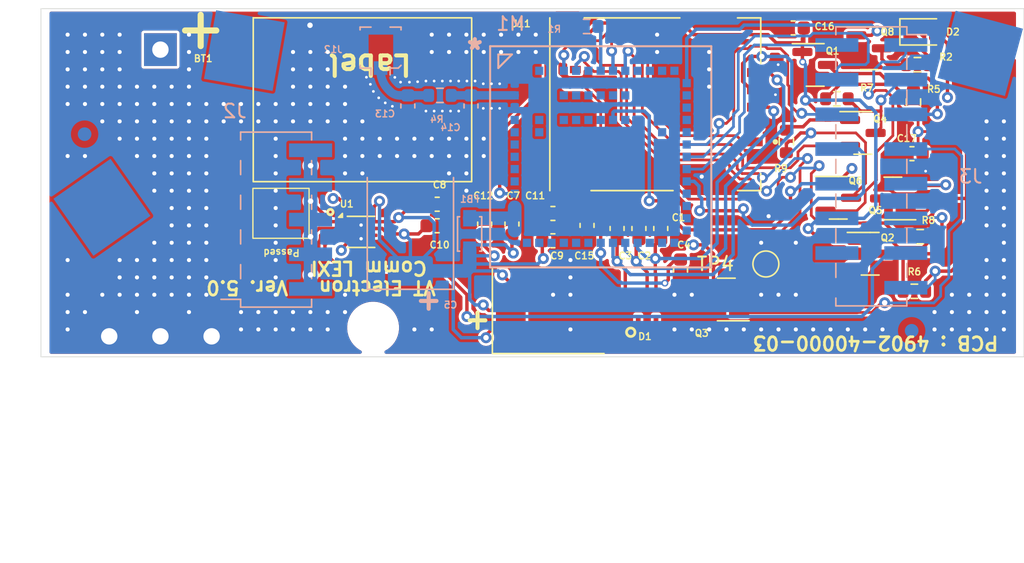
<source format=kicad_pcb>
(kicad_pcb (version 20240108) (generator "pcbnew") (generator_version "8.0")
  (layers (0 "F.Cu" signal) (1 "In1.Cu" signal) (2 "In2.Cu" signal) (31 "B.Cu" signal) (34 "B.Paste" user) (35 "F.Paste" user) (36 "B.SilkS" user "B.Silkscreen") (37 "F.SilkS" user "F.Silkscreen") (38 "B.Mask" user) (39 "F.Mask" user) (44 "Edge.Cuts" user))
  (net 0 "")
  (net 1 "GND")
  (net 6 "/uRST")
  (net 7 "/uCLK")
  (net 8 "/uData")
  (net 9 "/uVDD")
  (net 10 "/VBAT")
  (net 11 "/uPWRKEY")
  (net 12 "/uDTR")
  (net 13 "/TxD")
  (net 14 "/RxD")
  (net 15 "/uDCD")
  (net 16 "/RF_OUT")
  (net 18 "/RXD")
  (net 19 "/TXD")
  (net 20 "/VDD_EXT")
  (net 21 "/DTR")
  (net 22 "/DCD")
  (net 23 "/PWRKEY")
  (net 24 "/Alim")
  (net 52 "/+3V6d")
  (net 53 "/+3V3_UC")
  (net 54 "/RF_OUT1")
  (net 56 "/D+")
  (net 57 "/D-")
  (net 58 "/Vbus")
  (net 75 "/VBAT_F")
  (net 76 "Net-(M1A-RTS)")
  (net 77 "/U5V")
  (net 78 "/P99")
  (net 79 "Net-(D2-K)")
  (net 80 "/Network")
  (net 81 "Net-(Q8-C)")
  (net 82 "/PowerDown")
  (footprint "Capacitor_SMD:C_0603_1608Metric" (layer "F.Cu") (at 48.4 -6.4 90)
    (property "Reference" "C1")
    (property "Value" "47p")
  )
  (footprint "Capacitor_SMD:C_0603_1608Metric" (layer "F.Cu") (at 46.8 -6.4 90)
    (property "Reference" "C2")
    (property "Value" "47p")
  )
  (footprint "Capacitor_SMD:C_0603_1608Metric" (layer "F.Cu") (at 45.2 -6.4 90)
    (property "Reference" "C3")
    (property "Value" "47p")
  )
  (footprint "Capacitor_SMD:C_0603_1608Metric" (layer "F.Cu") (at 49.85 -3.35 90)
    (property "Reference" "C4")
    (property "Value" "100n" (hide yes))
  )
  (footprint "Capacitor_Tantalum_SMD:CP_EIA-7361-38_AVX-V_Pad2.18x3.30mm_HandSolder" (layer "F.Cu") (at 40.6 -0.4)
    (property "Reference" "C6" (hide yes))
    (property "Value" "TAJD477K006RNJ" (hide yes))
  )
  (footprint "Capacitor_SMD:C_0603_1608Metric" (layer "F.Cu") (at 37.5 -6.725 90)
    (property "Reference" "C7")
    (property "Value" "15p")
  )
  (footprint "Capacitor_SMD:C_0603_1608Metric" (layer "F.Cu") (at 32.025 -8.1748)
    (property "Reference" "C8")
    (property "Value" "100n")
  )
  (footprint "Capacitor_SMD:C_0603_1608Metric" (layer "F.Cu") (at 40.5 -5.5)
    (property "Reference" "C9")
    (property "Value" "68p")
  )
  (footprint "Capacitor_SMD:C_0603_1608Metric" (layer "F.Cu") (at 32.025 -6.6)
    (property "Reference" "C10")
    (property "Value" "100n")
  )
  (footprint "Capacitor_SMD:C_0603_1608Metric" (layer "F.Cu") (at 40.5 -7.5)
    (property "Reference" "C11")
    (property "Value" "10n")
  )
  (footprint "Capacitor_SMD:C_0603_1608Metric" (layer "F.Cu") (at 35.5 -6.725 90)
    (property "Reference" "C12")
    (property "Value" "100n")
  )
  (footprint "Diode_SMD:SC70-6" (layer "F.Cu") (at 47.4 -0.6)
    (property "Reference" "D1")
    (property "Value" "SMF05C.TCT" (hide yes))
  )
  (footprint "Package_TO_SOT_SMD:SOT-23" (layer "F.Cu") (at 63.6625 -19.6)
    (property "Reference" "Q8")
    (property "Value" "DTC143T" (hide yes))
  )
  (footprint "Connector_Molex:MOLEX_78646-3001" (layer "F.Cu") (at 48 -15.5 180)
    (property "Reference" "J11")
    (property "Value" "78646-3001" (hide yes))
  )
  (footprint "Resistor_SMD:R_0603_1608Metric" (layer "F.Cu") (at 66.975 -1.8)
    (property "Reference" "R6")
    (property "Value" "10k" (hide yes))
  )
  (footprint "TestPoint:TestPoint_Pad_D1.5mm" (layer "F.Cu") (at 56.1 -3.8)
    (property "Reference" "TP4")
    (property "Value" "TestPoint" (hide yes))
  )
  (footprint "Package_TO_SOT_SMD:SOT-23" (layer "F.Cu") (at 65.4 -8.6 180)
    (property "Reference" "Q5")
    (property "Value" "DTC143T" (hide yes))
  )
  (footprint "Resistor_SMD:R_0603_1608Metric" (layer "F.Cu") (at 61.3 -15.9 180)
    (property "Reference" "R7")
    (property "Value" "10k" (hide yes))
  )
  (footprint "Package_SON:WSON-8-1EP_2x2mm_P0.5mm_EP0.9x1.6mm_ThermalVias" (layer "F.Cu") (at 26.45 -6.15)
    (property "Reference" "U1")
    (property "Value" "TPS22967DSGR" (hide yes))
  )
  (footprint "Capacitor_SMD:C_0603_1608Metric" (layer "F.Cu") (at 58.1 -21.09 180)
    (property "Reference" "C16")
    (property "Value" "100n" (hide yes))
  )
  (footprint "Capacitor_SMD:C_0603_1608Metric" (layer "F.Cu") (at 66.8 -11.88)
    (property "Reference" "C17")
    (property "Value" "100n" (hide yes))
  )
  (footprint "Battery:HLC1520-3P" (layer "F.Cu") (at 11.75 -19.5 -90)
    (property "Reference" "BT1")
    (property "Value" "HLC1520-3P")
  )
  (footprint "MountingHole:MountingHole_2.5mm  Simpla" (layer "F.Cu") (at 27.3304 0.8636)
    (property "Reference" "H1" (hide yes))
    (property "Value" "MountingHole" (hide yes))
  )
  (footprint "Resistor_SMD:R_0603_1608Metric" (layer "F.Cu") (at 67.4 -5.8)
    (property "Reference" "R8")
    (property "Value" "10k" (hide yes))
  )
  (footprint "Resistor_SMD:R_0603_1608Metric" (layer "F.Cu") (at 57.6 -12.775 90)
    (property "Reference" "R9")
    (property "Value" "10k" (hide yes))
  )
  (footprint "Package_TO_SOT_SMD:SOT-23" (layer "F.Cu") (at 59.7125 -18.38)
    (property "Reference" "Q1")
    (property "Value" "DTC143T" (hide yes))
  )
  (footprint "Fiducial:Fiducial_1mm_Mask2mm" (layer "F.Cu") (at 73.4 -19.4)
    (property "Reference" "FID1" (hide yes))
    (property "Value" "Fiducial" (hide yes))
  )
  (footprint "Resistor_SMD:R_0603_1608Metric" (layer "F.Cu") (at 67.2 -18.4 180)
    (property "Reference" "R2")
    (property "Value" "220" (hide yes))
  )
  (footprint "Package_TO_SOT_SMD:SOT-23" (layer "F.Cu") (at 63.7375 -4.55)
    (property "Reference" "Q2")
    (property "Value" "DTC143T" (hide yes))
  )
  (footprint "Package_TO_SOT_SMD:SOT-23" (layer "F.Cu") (at 61.4 -8.65)
    (property "Reference" "Q6")
    (property "Value" "DTC143T" (hide yes))
  )
  (footprint "Fiducial:Fiducial_1mm_Mask2mm" (layer "F.Cu") (at 6.223 -2.794)
    (property "Reference" "FID4" (hide yes))
    (property "Value" "Fiducial" (hide yes))
  )
  (footprint "Capacitor_SMD:C_0603_1608Metric" (layer "F.Cu") (at 43 -6.625 -90)
    (property "Reference" "C15")
    (property "Value" "47p")
  )
  (footprint "Symbol:Eticheta" (layer "F.Cu") (at 26.55 -15.83)
    (property "Reference" "TP1" (hide yes))
    (property "Value" "Eticheta" (hide yes))
  )
  (footprint "LED_SMD:LED_0805_2012Metric" (layer "F.Cu") (at 67.6 -20.8)
    (property "Reference" "D2")
    (property "Value" "598-8181-102F" (hide yes))
  )
  (footprint "Package_TO_SOT_SMD:SOT-23" (layer "F.Cu") (at 63.2 -13.4)
    (property "Reference" "Q4")
    (property "Value" "DTC143T" (hide yes))
  )
  (footprint "Resistor_SMD:R_0603_1608Metric" (layer "F.Cu") (at 66.91 -15.66 90)
    (property "Reference" "R5")
    (property "Value" "4k7" (hide yes))
  )
  (footprint "Package_TO_SOT_SMD:SOT-23" (layer "F.Cu") (at 53.2 -1.2 180)
    (property "Reference" "Q3")
    (property "Value" "DTC143T" (hide yes))
  )
  (footprint "Capacitor_Tantalum_SMD:CP_EIA-7361-38_AVX-V_Pad2.18x3.30mm_HandSolder" (layer "B.Cu") (at 30.06 -6.48 90)
    (property "Reference" "C5")
    (property "Value" "TAJD477K006RNJ")
  )
  (footprint "Connector_Coaxial:U.FL_Molex_MCRF_73412-0110_Vertical" (layer "B.Cu") (at 27.875 -19.65 180)
    (property "Reference" "J12")
    (property "Value" "CONUFL001-SMD-T" (hide yes))
  )
  (footprint "Connector_PinHeader_2.54mm:PinHeader_2x08_P2.54mm_Vertical_SMD_MOD" (layer "B.Cu") (at 63.825 -10.95 180)
    (property "Reference" "J3")
    (property "Value" "Conn_02x08_Counter_Clockwise" (hide yes))
  )
  (footprint "ublox:LEXI" (layer "B.Cu") (at 44 -11.65 -90)
    (property "Reference" "M1")
    (property "Value" "LEXI-R422")
  )
  (footprint "TestPoint:TestPoint_Pad_5.1x5.1mm" (layer "B.Cu") (at 17.8976 -19.431 170)
    (property "Reference" "J5" (hide yes))
    (property "Value" "Conn_01x01_Male" (hide yes))
  )
  (footprint "Fiducial:Fiducial_1mm_Mask2mm" (layer "B.Cu") (at 66.7766 1.0922 180)
    (property "Reference" "FID2" (hide yes))
    (property "Value" "Fiducial" (hide yes))
  )
  (footprint "Resistor_SMD:R_0603_1608Metric" (layer "B.Cu") (at 32.225 -16.15)
    (property "Reference" "R4")
    (property "Value" "0")
  )
  (footprint "Resistor_SMD:R_0603_1608Metric" (layer "B.Cu") (at 42.975 -21.2)
    (property "Reference" "R1")
    (property "Value" "0" (hide yes))
  )
  (footprint "Inductor_SMD:L_Walsin_WLFM201209x" (layer "B.Cu") (at 34.4 -6 -90)
    (property "Reference" "FB1")
    (property "Value" "BLM18EG221SN1D")
  )
  (footprint "Connector_PinHeader_2.54mm:PinHeader_2x05_P2.54mm_Vertical_SMD_MOD" (layer "B.Cu") (at 20.225 -7.05)
    (property "Reference" "J2")
    (property "Value" "Conn_02x05_Counter_Clockwise")
  )
  (footprint "Capacitor_SMD:C_0603_1608Metric" (layer "B.Cu") (at 29.875 -15.375 -90)
    (property "Reference" "C13")
    (property "Value" "DNP")
  )
  (footprint "TestPoint:TestPoint_Pad_5.1x5.1mm" (layer "B.Cu") (at 71.8058 -19.2278 165)
    (property "Reference" "J6" (hide yes))
    (property "Value" "Conn_01x01_Male" (hide yes))
  )
  (footprint "TestPoint:TestPoint_Pad_5.1x5.1mm" (layer "B.Cu") (at 7.4676 -7.9502 125)
    (property "Reference" "J4" (hide yes))
    (property "Value" "Conn_01x01_Male" (hide yes))
  )
  (footprint "Fiducial:Fiducial_1mm_Mask2mm" (layer "B.Cu") (at 6.1976 -13.3096 180)
    (property "Reference" "FID3" (hide yes))
    (property "Value" "Fiducial" (hide yes))
  )
  (footprint "Capacitor_SMD:C_0603_1608Metric" (layer "B.Cu") (at 34.5 -15.375 -90)
    (property "Reference" "C14")
    (property "Value" "DNP")
  )
  (gr_circle (center 46.2 1.2) (end 46.510047 1.2) (stroke (width 0.2)) (fill none) (layer "F.SilkS"))
  (gr_circle (center 24.2 -7.6) (end 24.4 -7.6) (stroke (width 0.2)) (fill none) (layer "F.SilkS"))
  (gr_rect (start 18.5252 -9.3388) (end 22.64 -5.6812) (stroke (width 0.1)) (fill none) (layer "F.SilkS"))
  (gr_line (start 75 3) (end 3 3) (stroke (width 0.05)) (layer "Edge.Cuts"))
  (gr_line (start 3 -22.5) (end 3 3) (stroke (width 0.05)) (layer "Edge.Cuts"))
  (gr_line (start 75 3) (end 75 -22.5) (stroke (width 0.05)) (layer "Edge.Cuts"))
  (gr_line (start 75 -22.5) (end 3 -22.5) (stroke (width 0.05)) (layer "Edge.Cuts"))
  (gr_text "+" (at 31.4 -1.2 0) (layer "B.SilkS") (effects (font (size 1.5 1.5) (thickness 0.3))))
  (gr_text "*" (at 35.55 -18.57 0) (layer "B.SilkS") (effects (font (size 1.5 1.5) (thickness 0.3) (bold yes)) (justify left bottom mirror)))
  (gr_text "PCB : 4902-40000-03" (at 64.13 1.98 180) (layer "F.SilkS") (effects (font (size 1 1) (thickness 0.2))))
  (gr_text "VT Electron   Ver. 5.0\n" (at 23.51 -2.07 180) (layer "F.SilkS") (effects (font (size 1 1) (thickness 0.2))))
  (gr_text "Label" (at 27.09 -18.4 180) (layer "F.SilkS") (effects (font (size 1.5 1.5) (thickness 0.3))))
  (gr_text "Passed" (at 20.62 -4.63 180) (layer "F.SilkS") (effects (font (size 0.5 0.5) (thickness 0.1))))
  (gr_text "Comm LEXI\n\n" (at 27.02 -4.3 180) (layer "F.SilkS") (effects (font (size 1 1) (thickness 0.2))))
  (gr_text "+" (at 34.98 0.22 0) (layer "F.SilkS") (effects (font (size 1.5 1.5) (thickness 0.3))))
  (segment (start 49.85 -2.575) (end 49.85 -1.993343) (width 0.2) (layer "F.Cu") (net 1))
  (segment (start 51.125 -9.23) (end 51.125 -10.025) (width 0.2) (layer "F.Cu") (net 1))
  (segment (start 51.4 -10.3) (end 51.4 -10.2) (width 0.2) (layer "F.Cu") (net 1))
  (segment (start 49.85 -1.993343) (end 49.403 -1.546343) (width 0.2) (layer "F.Cu") (net 1))
  (segment (start 51.125 -10.025) (end 51.4 -10.3) (width 0.2) (layer "F.Cu") (net 1))
  (via (at 70.993 0.993657) (size 0.6) (drill 0.3) (layers "F.Cu" "B.Cu") (net 1))
  (via (at 17.653 0.993657) (size 0.6) (drill 0.3) (layers "F.Cu" "B.Cu") (net 1))
  (via (at 51.943 -18.056343) (size 0.6) (drill 0.3) (layers "F.Cu" "B.Cu") (net 1))
  (via (at 18.923 -0.276343) (size 0.6) (drill 0.3) (layers "F.Cu" "B.Cu") (net 1))
  (via (at 53.213 0.993657) (size 0.6) (drill 0.3) (layers "F.Cu" "B.Cu") (net 1))
  (via (at 4.953 -4.086343) (size 0.6) (drill 0.3) (layers "F.Cu" "B.Cu") (net 1))
  (via (at 22.733 -0.276343) (size 0.6) (drill 0.3) (layers "F.Cu" "B.Cu") (net 1))
  (via (at 72.263 -14.246343) (size 0.6) (drill 0.3) (layers "F.Cu" "B.Cu") (net 1))
  (via (at 13.843 -14.246343) (size 0.6) (drill 0.3) (layers "F.Cu" "B.Cu") (net 1))
  (via (at 41.783 -2.816343) (size 0.6) (drill 0.3) (layers "F.Cu" "B.Cu") (net 1))
  (via (at 73.533 -0.276343) (size 0.6) (drill 0.3) (layers "F.Cu" "B.Cu") (net 1))
  (via (at 11.303 -10.436343) (size 0.6) (drill 0.3) (layers "F.Cu" "B.Cu") (net 1))
  (via (at 73.533 -2.816343) (size 0.6) (drill 0.3) (layers "F.Cu" "B.Cu") (net 1))
  (via (at 11.303 -9.166343) (size 0.6) (drill 0.3) (layers "F.Cu" "B.Cu") (net 1))
  (via (at 12.573 -10.436343) (size 0.6) (drill 0.3) (layers "F.Cu" "B.Cu") (net 1))
  (via (at 31.623 0.993657) (size 0.6) (drill 0.3) (layers "F.Cu" "B.Cu") (net 1))
  (via (at 73.533 -12.976343) (size 0.6) (drill 0.3) (layers "F.Cu" "B.Cu") (net 1))
  (via (at 29.083 -12.976343) (size 0.6) (drill 0.3) (layers "F.Cu" "B.Cu") (net 1))
  (via (at 31.623 -20.596343) (size 0.6) (drill 0.3) (layers "F.Cu" "B.Cu") (net 1))
  (via (at 68.453 0.993657) (size 0.6) (drill 0.3) (layers "F.Cu" "B.Cu") (net 1))
  (via (at 25.273 -10.436343) (size 0.6) (drill 0.3) (layers "F.Cu" "B.Cu") (net 1))
  (via (at 8.763 -19.326343) (size 0.6) (drill 0.3) (layers "F.Cu" "B.Cu") (net 1))
  (via (at 70.993 -1.546343) (size 0.6) (drill 0.3) (layers "F.Cu" "B.Cu") (net 1))
  (via (at 35.4 -15.2) (size 0.4) (drill 0.2) (layers "F.Cu" "B.Cu") (net 1))
  (via (at 32.4 -15) (size 0.4) (drill 0.2) (layers "F.Cu" "B.Cu") (net 1))
  (via (at 13.843 -11.706343) (size 0.6) (drill 0.3) (layers "F.Cu" "B.Cu") (net 1))
  (via (at 7.493 -1.546343) (size 0.6) (drill 0.3) (layers "F.Cu" "B.Cu") (net 1))
  (via (at 73.533 -4.086343) (size 0.6) (drill 0.3) (layers "F.Cu" "B.Cu") (net 1))
  (via (at 10.033 -11.706343) (size 0.6) (drill 0.3) (layers "F.Cu" "B.Cu") (net 1))
  (via (at 18.923 -14.246343) (size 0.6) (drill 0.3) (layers "F.Cu" "B.Cu") (net 1))
  (via (at 21.463 -14.246343) (size 0.6) (drill 0.3) (layers "F.Cu" "B.Cu") (net 1))
  (via (at 7.493 -18.056343) (size 0.6) (drill 0.3) (layers "F.Cu" "B.Cu") (net 1))
  (via (at 10.033 -14.246343) (size 0.6) (drill 0.3) (layers "F.Cu" "B.Cu") (net 1))
  (via (at 22.733 -16.786343) (size 0.6) (drill 0.3) (layers "F.Cu" "B.Cu") (net 1))
  (via (at 6.223 -11.706343) (size 0.6) (drill 0.3) (layers "F.Cu" "B.Cu") (net 1))
  (via (at 37.973 -20.596343) (size 0.6) (drill 0.3) (layers "F.Cu" "B.Cu") (net 1))
  (via (at 6.223 -18.056343) (size 0.6) (drill 0.3) (layers "F.Cu" "B.Cu") (net 1))
  (via (at 13.843 -4.086343) (size 0.6) (drill 0.3) (layers "F.Cu" "B.Cu") (net 1))
  (via (at 57 -18.4) (size 0.4) (drill 0.2) (layers "F.Cu" "B.Cu") (net 1))
  (via (at 72.263 -1.546343) (size 0.6) (drill 0.3) (layers "F.Cu" "B.Cu") (net 1))
  (via (at 39.243 -19.326343) (size 0.6) (drill 0.3) (layers "F.Cu" "B.Cu") (net 1))
  (via (at 32.893 -11.706343) (size 0.6) (drill 0.3) (layers "F.Cu" "B.Cu") (net 1))
  (via (at 73.533 -1.546343) (size 0.6) (drill 0.3) (layers "F.Cu" "B.Cu") (net 1))
  (via (at 24.003 -14.246343) (size 0.6) (drill 0.3) (layers "F.Cu" "B.Cu") (net 1))
  (via (at 4.953 0.993657) (size 0.6) (drill 0.3) (layers "F.Cu" "B.Cu") (net 1))
  (via (at 15.113 -9.166343) (size 0.6) (drill 0.3) (layers "F.Cu" "B.Cu") (net 1))
  (via (at 13.843 -16.786343) (size 0.6) (drill 0.3) (layers "F.Cu" "B.Cu") (net 1))
  (via (at 30.353 -12.976343) (size 0.6) (drill 0.3) (layers "F.Cu" "B.Cu") (net 1))
  (via (at 20.193 -6.626343) (size 0.6) (drill 0.3) (layers "F.Cu" "B.Cu") (net 1))
  (via (at 27.13 -16.96) (size 0.4) (drill 0.2) (layers "F.Cu" "B.Cu") (net 1))
  (via (at 50.673 -1.546343) (size 0.6) (drill 0.3) (layers "F.Cu" "B.Cu") (net 1))
  (via (at 51.943 -16.786343) (size 0.6) (drill 0.3) (layers "F.Cu" "B.Cu") (net 1))
  (via (at 24.003 0.993657) (size 0.6) (drill 0.3) (layers "F.Cu" "B.Cu") (net 1))
  (via (at 6.223 -15.516343) (size 0.6) (drill 0.3) (layers "F.Cu" "B.Cu") (net 1))
  (via (at 22.733 -14.246343) (size 0.6) (drill 0.3) (layers "F.Cu" "B.Cu") (net 1))
  (via (at 18.923 0.993657) (size 0.6) (drill 0.3) (layers "F.Cu" "B.Cu") (net 1))
  (via (at 22.733 -18.056343) (size 0.6) (drill 0.3) (layers "F.Cu" "B.Cu") (net 1))
  (via (at 15.113 -11.706343) (size 0.6) (drill 0.3) (layers "F.Cu" "B.Cu") (net 1))
  (via (at 12.573 -5.356343) (size 0.6) (drill 0.3) (layers "F.Cu" "B.Cu") (net 1))
  (via (at 30.59 -17.15) (size 0.4) (drill 0.2) (layers "F.Cu" "B.Cu") (net 1))
  (via (at 34.163 -11.706343) (size 0.6) (drill 0.3) (layers "F.Cu" "B.Cu") (net 1))
  (via (at 25.273 -0.276343) (size 0.6) (drill 0.3) (layers "F.Cu" "B.Cu") (net 1))
  (via (at 6.223 -0.276343) (size 0.6) (drill 0.3) (layers "F.Cu" "B.Cu") (net 1))
  (via (at 51.943 0.993657) (size 0.6) (drill 0.3) (layers "F.Cu" "B.Cu") (net 1))
  (via (at 6.223 -20.596343) (size 0.6) (drill 0.3) (layers "F.Cu" "B.Cu") (net 1))
  (via (at 54.483 0.993657) (size 0.6) (drill 0.3) (layers "F.Cu" "B.Cu") (net 1))
  (via (at 51.943 -19.326343) (size 0.6) (drill 0.3) (layers "F.Cu" "B.Cu") (net 1))
  (via (at 41.783 -4.086343) (size 0.6) (drill 0.3) (layers "F.Cu" "B.Cu") (net 1))
  (via (at 31.8 -15) (size 0.4) (drill 0.2) (layers "F.Cu" "B.Cu") (net 1))
  (via (at 58.293 0.993657) (size 0.6) (drill 0.3) (layers "F.Cu" "B.Cu") (net 1))
  (via (at 20.193 -11.706343) (size 0.6) (drill 0.3) (layers "F.Cu" "B.Cu") (net 1))
  (via (at 72.263 -0.276343) (size 0.6) (drill 0.3) (layers "F.Cu" "B.Cu") (net 1))
  (via (at 72.263 -6.626343) (size 0.6) (drill 0.3) (layers "F.Cu" "B.Cu") (net 1))
  (via (at 11.303 -11.706343) (size 0.6) (drill 0.3) (layers "F.Cu" "B.Cu") (net 1))
  (via (at 20.193 -2.816343) (size 0.6) (drill 0.3) (layers "F.Cu" "B.Cu") (net 1))
  (via (at 15.113 -4.086343) (size 0.6) (drill 0.3) (layers "F.Cu" "B.Cu") (net 1))
  (via (at 11.303 -5.356343) (size 0.6) (drill 0.3) (layers "F.Cu" "B.Cu") (net 1))
  (via (at 32.4 -17.2) (size 0.4) (drill 0.2) (layers "F.Cu" "B.Cu") (net 1))
  (via (at 22.733 0.993657) (size 0.6) (drill 0.3) (layers "F.Cu" "B.Cu") (net 1))
  (via (at 73.533 -14.246343) (size 0.6) (drill 0.3) (layers "F.Cu" "B.Cu") (net 1))
  (via (at 73.533 0.993657) (size 0.6) (drill 0.3) (layers "F.Cu" "B.Cu") (net 1))
  (via (at 20.193 -5.356343) (size 0.6) (drill 0.3) (layers "F.Cu" "B.Cu") (net 1))
  (via (at 25.273 -15.516343) (size 0.6) (drill 0.3) (layers "F.Cu" "B.Cu") (net 1))
  (via (at 26.543 -12.976343) (size 0.6) (drill 0.3) (layers "F.Cu" "B.Cu") (net 1))
  (via (at 8.763 -1.546343) (size 0.6) (drill 0.3) (layers "F.Cu" "B.Cu") (net 1))
  (via (at 30.353 0.993657) (size 0.6) (drill 0.3) (layers "F.Cu" "B.Cu") (net 1))
  (via (at 20.193 -7.896343) (size 0.6) (drill 0.3) (layers "F.Cu" "B.Cu") (net 1))
  (via (at 13.843 -2.816343) (size 0.6) (drill 0.3) (layers "F.Cu" "B.Cu") (net 1))
  (via (at 57.023 0.993657) (size 0.6) (drill 0.3) (layers "F.Cu" "B.Cu") (net 1))
  (via (at 72.263 -2.816343) (size 0.6) (drill 0.3) (layers "F.Cu" "B.Cu") (net 1))
  (via (at 21.463 -19.326343) (size 0.6) (drill 0.3) (layers "F.Cu" "B.Cu") (net 1))
  (via (at 13.843 -18.056343) (size 0.6) (drill 0.3) (layers "F.Cu" "B.Cu") (net 1))
  (via (at 24.003 -16.786343) (size 0.6) (drill 0.3) (layers "F.Cu" "B.Cu") (net 1))
  (via (at 16.383 -15.516343) (size 0.6) (drill 0.3) (layers "F.Cu" "B.Cu") (net 1))
  (via (at 15.113 -1.546343) (size 0.6) (drill 0.3) (layers "F.Cu" "B.Cu") (net 1))
  (via (at 7.493 -19.326343) (size 0.6) (drill 0.3) (layers "F.Cu" "B.Cu") (net 1))
  (via (at 10.033 -0.276343) (size 0.6) (drill 0.3) (layers "F.Cu" "B.Cu") (net 1))
  (via (at 18.923 -15.516343) (size 0.6) (drill 0.3) (layers "F.Cu" "B.Cu") (net 1))
  (via (at 4.953 -16.786343) (size 0.6) (drill 0.3) (layers "F.Cu" "B.Cu") (net 1))
  (via (at 49.403 -1.546343) (size 0.6) (drill 0.3) (layers "F.Cu" "B.Cu") (net 1))
  (via (at 73.533 -11.706343) (size 0.6) (drill 0.3) (layers "F.Cu" "B.Cu") (net 1))
  (via (at 11.303 -4.086343) (size 0.6) (drill 0.3) (layers "F.Cu" "B.Cu") (net 1))
  (via (at 21.463 -16.786343) (size 0.6) (drill 0.3) (layers "F.Cu" "B.Cu") (net 1))
  (via (at 33 -15) (size 0.4) (drill 0.2) (layers "F.Cu" "B.Cu") (net 1))
  (via (at 51.4 -10.2) (size 0.5) (drill 0.3) (layers "F.Cu" "B.Cu") (net 1))
  (via (at 7.493 -15.516343) (size 0.6) (drill 0.3) (layers "F.Cu" "B.Cu") (net 1))
  (via (at 59.563 0.993657) (size 0.6) (drill 0.3) (layers "F.Cu" "B.Cu") (net 1))
  (via (at 12.573 -11.706343) (size 0.6) (drill 0.3) (layers "F.Cu" "B.Cu") (net 1))
  (via (at 26.543 -11.706343) (size 0.6) (drill 0.3) (layers "F.Cu" "B.Cu") (net 1))
  (via (at 58.293 -5.356343) (size 0.6) (drill 0.3) (layers "F.Cu" "B.Cu") (net 1))
  (via (at 50.673 0.993657) (size 0.6) (drill 0.3) (layers "F.Cu" "B.Cu") (net 1))
  (via (at 57.023 -1.546343) (size 0.6) (drill 0.3) (layers "F.Cu" "B.Cu") (net 1))
  (via (at 21.463 -0.276343) (size 0.6) (drill 0.3) (layers "F.Cu" "B.Cu") (net 1))
  (via (at 55.753 -1.546343) (size 0.6) (drill 0.3) (layers "F.Cu" "B.Cu") (net 1))
  (via (at 72.263 -12.976343) (size 0.6) (drill 0.3) (layers "F.Cu" "B.Cu") (net 1))
  (via (at 28.92 -17.47) (size 0.4) (drill 0.2) (layers "F.Cu" "B.Cu") (net 1))
  (via (at 56.3 -7.3) (size 0.6) (drill 0.3) (layers "F.Cu" "B.Cu") (net 1))
  (via (at 17.653 -14.246343) (size 0.6) (drill 0.3) (layers "F.Cu" "B.Cu") (net 1))
  (via (at 21.463 -18.056343) (size 0.6) (drill 0.3) (layers "F.Cu" "B.Cu") (net 1))
  (via (at 63.373 0.993657) (size 0.6) (drill 0.3) (layers "F.Cu" "B.Cu") (net 1))
  (via (at 15.113 -5.356343) (size 0.6) (drill 0.3) (layers "F.Cu" "B.Cu") (net 1))
  (via (at 12.573 -4.086343) (size 0.6) (drill 0.3) (layers "F.Cu" "B.Cu") (net 1))
  (via (at 32.893 -10.436343) (size 0.6) (drill 0.3) (layers "F.Cu" "B.Cu") (net 1))
  (via (at 10.033 -16.786343) (size 0.6) (drill 0.3) (layers "F.Cu" "B.Cu") (net 1))
  (via (at 32.893 -20.596343) (size 0.6) (drill 0.3) (layers "F.Cu" "B.Cu") (net 1))
  (via (at 20.193 -4.086343) (size 0.6) (drill 0.3) (layers "F.Cu" "B.Cu") (net 1))
  (via (at 10.033 -15.516343) (size 0.6) (drill 0.3) (layers "F.Cu" "B.Cu") (net 1))
  (via (at 8.763 -15.516343) (size 0.6) (drill 0.3) (layers "F.Cu" "B.Cu") (net 1))
  (via (at 34.163 -20.596343) (size 0.6) (drill 0.3) (layers "F.Cu" "B.Cu") (net 1))
  (via (at 12.573 -2.816343) (size 0.6) (drill 0.3) (layers "F.Cu" "B.Cu") (net 1))
  (via (at 13.843 -19.326343) (size 0.6) (drill 0.3) (layers "F.Cu" "B.Cu") (net 1))
  (via (at 24.003 -18.056343) (size 0.6) (drill 0.3) (layers "F.Cu" "B.Cu") (net 1))
  (via (at 25.273 -12.976343) (size 0.6) (drill 0.3) (layers "F.Cu" "B.Cu") (net 1))
  (via (at 35.433 -19.326343) (size 0.6) (drill 0.3) (layers "F.Cu" "B.Cu") (net 1))
  (via (at 21.463 -15.516343) (size 0.6) (drill 0.3) (layers "F.Cu" "B.Cu") (net 1))
  (via (at 12.573 -1.546343) (size 0.6) (drill 0.3) (layers "F.Cu" "B.Cu") (net 1))
  (via (at 13.843 -5.356343) (size 0.6) (drill 0.3) (layers "F.Cu" "B.Cu") (net 1))
  (via (at 13.843 -9.166343) (size 0.6) (drill 0.3) (layers "F.Cu" "B.Cu") (net 1))
  (via (at 24.003 -0.276343) (size 0.6) (drill 0.3) (layers "F.Cu" "B.Cu") (net 1))
  (via (at 55.753 -5.356343) (size 0.6) (drill 0.3) (layers "F.Cu" "B.Cu") (net 1))
  (via (at 24.003 -19.326343) (size 0.6) (drill 0.3) (layers "F.Cu" "B.Cu") (net 1))
  (via (at 27.813 -11.706343) (size 0.6) (drill 0.3) (layers "F.Cu" "B.Cu") (net 1))
  (via (at 68.453 -0.276343) (size 0.6) (drill 0.3) (layers "F.Cu" "B.Cu") (net 1))
  (via (at 31.623 -12.976343) (size 0.6) (drill 0.3) (layers "F.Cu" "B.Cu") (net 1))
  (via (at 32.893 -19.326343) (size 0.6) (drill 0.3) (layers "F.Cu" "B.Cu") (net 1))
  (via (at 13.843 -15.516343) (size 0.6) (drill 0.3) (layers "F.Cu" "B.Cu") (net 1))
  (via (at 4.953 -18.056343) (size 0.6) (drill 0.3) (layers "F.Cu" "B.Cu") (net 1))
  (via (at 29.99 -17.12) (size 0.4) (drill 0.2) (layers "F.Cu" "B.Cu") (net 1))
  (via (at 7.493 -20.596343) (size 0.6) (drill 0.3) (layers "F.Cu" "B.Cu") (net 1))
  (via (at 26.84 -17.48) (size 0.4) (drill 0.2) (layers "F.Cu" "B.Cu") (net 1))
  (via (at 36 -15.2) (size 0.4) (drill 0.2) (layers "F.Cu" "B.Cu") (net 1))
  (via (at 41.783 -1.546343) (size 0.6) (drill 0.3) (layers "F.Cu" "B.Cu") (net 1))
  (via (at 28.22 -15.6) (size 0.4) (drill 0.2) (layers "F.Cu" "B.Cu") (net 1))
  (via (at 72.263 -9.166343) (size 0.6) (drill 0.3) (layers "F.Cu" "B.Cu") (net 1))
  (via (at 8.763 -12.976343) (size 0.6) (drill 0.3) (layers "F.Cu" "B.Cu") (net 1))
  (via (at 13.843 -6.626343) (size 0.6) (drill 0.3) (layers "F.Cu" "B.Cu") (net 1))
  (via (at 15.113 -14.246343) (size 0.6) (drill 0.3) (layers "F.Cu" "B.Cu") (net 1))
  (via (at 22.7076 -21.2852) (size 0.8) (drill 0.4) (layers "F.Cu" "B.Cu") (net 1))
  (via (at 15.113 -15.516343) (size 0.6) (drill 0.3) (layers "F.Cu" "B.Cu") (net 1))
  (via (at 20.193 -0.276343) (size 0.6) (drill 0.3) (layers "F.Cu" "B.Cu") (net 1))
  (via (at 20.193 -1.546343) (size 0.6) (drill 0.3) (layers "F.Cu" "B.Cu") (net 1))
  (via (at 70.993 -0.276343) (size 0.6) (drill 0.3) (layers "F.Cu" "B.Cu") (net 1))
  (via (at 31.2 -15) (size 0.4) (drill 0.2) (layers "F.Cu" "B.Cu") (net 1))
  (via (at 36.703 -20.596343) (size 0.6) (drill 0.3) (layers "F.Cu" "B.Cu") (net 1))
  (via (at 34.163 -19.326343) (size 0.6) (drill 0.3) (layers "F.Cu" "B.Cu") (net 1))
  (via (at 29.34 -17.12) (size 0.4) (drill 0.2) (layers "F.Cu" "B.Cu") (net 1))
  (via (at 69.723 -0.276343) (size 0.6) (drill 0.3) (layers "F.Cu" "B.Cu") (net 1))
  (via (at 64.643 0.993657) (size 0.6) (drill 0.3) (layers "F.Cu" "B.Cu") (net 1))
  (via (at 58.293 -1.546343) (size 0.6) (drill 0.3) (layers "F.Cu" "B.Cu") (net 1))
  (via (at 29.083 -11.706343) (size 0.6) (drill 0.3) (layers "F.Cu" "B.Cu") (net 1))
  (via (at 27.813 -12.976343) (size 0.6) (drill 0.3) (layers "F.Cu" "B.Cu") (net 1))
  (via (at 11.303 -2.816343) (size 0.6) (drill 0.3) (layers "F.Cu" "B.Cu") (net 1))
  (via (at 7.493 -16.786343) (size 0.6) (drill 0.3) (layers "F.Cu" "B.Cu") (net 1))
  (via (at 4.953 -15.516343) (size 0.6) (drill 0.3) (layers "F.Cu" "B.Cu") (net 1))
  (via (at 15.113 -12.976343) (size 0.6) (drill 0.3) (layers "F.Cu" "B.Cu") (net 1))
  (via (at 34.163 -12.976343) (size 0.6) (drill 0.3) (layers "F.Cu" "B.Cu") (net 1))
  (via (at 30.353 -11.706343) (size 0.6) (drill 0.3) (layers "F.Cu" "B.Cu") (net 1))
  (via (at 73.533 -10.436343) (size 0.6) (drill 0.3) (layers "F.Cu" "B.Cu") (net 1))
  (via (at 39.243 -20.596343) (size 0.6) (drill 0.3) (layers "F.Cu" "B.Cu") (net 1))
  (via (at 35.433 -20.596343) (size 0.6) (drill 0.3) (layers "F.Cu" "B.Cu") (net 1))
  (via (at 73.533 -7.896343) (size 0.6) (drill 0.3) (layers "F.Cu" "B.Cu") (net 1))
  (via (at 48.133 -19.326343) (size 0.6) (drill 0.3) (layers "F.Cu" "B.Cu") (net 1))
  (via (at 73.533 -6.626343) (size 0.6) (drill 0.3) (layers "F.Cu" "B.Cu") (net 1))
  (via (at 4.953 -11.706343) (size 0.6) (drill 0.3) (layers "F.Cu" "B.Cu") (net 1))
  (via (at 26.543 -10.436343) (size 0.6) (drill 0.3) (layers "F.Cu" "B.Cu") (net 1))
  (via (at 25.273 -11.706343) (size 0.6) (drill 0.3) (layers "F.Cu" "B.Cu") (net 1))
  (via (at 4.953 -0.276343) (size 0.6) (drill 0.3) (layers "F.Cu" "B.Cu") (net 1))
  (via (at 12.573 -16.786343) (size 0.6) (drill 0.3) (layers "F.Cu" "B.Cu") (net 1))
  (via (at 20.193 -12.976343) (size 0.6) (drill 0.3) (layers "F.Cu" "B.Cu") (net 1))
  (via (at 36.703 -19.326343) (size 0.6) (drill 0.3) (layers "F.Cu" "B.Cu") (net 1))
  (via (at 16.383 -14.246343) (size 0.6) (drill 0.3) (layers "F.Cu" "B.Cu") (net 1))
  (via (at 4.953 -20.596343) (size 0.6) (drill 0.3) (layers "F.Cu" "B.Cu") (net 1))
  (via (at 8.763 -16.786343) (size 0.6) (drill 0.3) (layers "F.Cu" "B.Cu") (net 1))
  (via (at 60.833 0.993657) (size 0.6) (drill 0.3) (layers "F.Cu" "B.Cu") (net 1))
  (via (at 8.763 -2.816343) (size 0.6) (drill 0.3) (layers "F.Cu" "B.Cu") (net 1))
  (via (at 12.573 -7.896343) (size 0.6) (drill 0.3) (layers "F.Cu" "B.Cu") (net 1))
  (via (at 26.543 -14.246343) (size 0.6) (drill 0.3) (layers "F.Cu" "B.Cu") (net 1))
  (via (at 15.113 -2.816343) (size 0.6) (drill 0.3) (layers "F.Cu" "B.Cu") (net 1))
  (via (at 25.273 -1.546343) (size 0.6) (drill 0.3) (layers "F.Cu" "B.Cu") (net 1))
  (via (at 35.433 -12.976343) (size 0.6) (drill 0.3) (layers "F.Cu" "B.Cu") (net 1))
  (via (at 72.263 -11.706343) (size 0.6) (drill 0.3) (layers "F.Cu" "B.Cu") (net 1))
  (via (at 7.493 -14.246343) (size 0.6) (drill 0.3) (layers "F.Cu" "B.Cu") (net 1))
  (via (at 4.953 -19.326343) (size 0.6) (drill 0.3) (layers "F.Cu" "B.Cu") (net 1))
  (via (at 11.303 -12.976343) (size 0.6) (drill 0.3) (layers "F.Cu" "B.Cu") (net 1))
  (via (at 31.8 -17.2) (size 0.4) (drill 0.2) (layers "F.Cu" "B.Cu") (net 1))
  (via (at 10.033 -12.976343) (size 0.6) (drill 0.3) (layers "F.Cu" "B.Cu") (net 1))
  (via (at 17.653 -15.516343) (size 0.6) (drill 0.3) (layers "F.Cu" "B.Cu") (net 1))
  (via (at 41.783 0.993657) (size 0.6) (drill 0.3) (layers "F.Cu" "B.Cu") (net 1))
  (via (at 32.893 -12.976343) (size 0.6) (drill 0.3) (layers "F.Cu" "B.Cu") (net 1))
  (via (at 73.533 -9.166343) (size 0.6) (drill 0.3) (layers "F.Cu" "B.Cu") (net 1))
  (via (at 31.2 -17.2) (size 0.4) (drill 0.2) (layers "F.Cu" "B.Cu") (net 1))
  (via (at 20.193 -9.166343) (size 0.6) (drill 0.3) (layers "F.Cu" "B.Cu") (net 1))
  (via (at 10.033 -1.546343) (size 0.6) (drill 0.3) (layers "F.Cu" "B.Cu") (net 1))
  (via (at 4.953 -1.546343) (size 0.6) (drill 0.3) (layers "F.Cu" "B.Cu") (net 1))
  (via (at 6.223 -16.786343) (size 0.6) (drill 0.3) (layers "F.Cu" "B.Cu") (net 1))
  (via (at 15.113 -6.626343) (size 0.6) (drill 0.3) (layers "F.Cu" "B.Cu") (net 1))
  (via (at 28.74 -15.35) (size 0.4) (drill 0.2) (layers "F.Cu" "B.Cu") (net 1))
  (via (at 15.113 -10.436343) (size 0.6) (drill 0.3) (layers "F.Cu" "B.Cu") (net 1))
  (via (at 13.843 -0.276343) (size 0.6) (drill 0.3) (layers "F.Cu" "B.Cu") (net 1))
  (via (at 20.193 0.993657) (size 0.6) (drill 0.3) (layers "F.Cu" "B.Cu") (net 1))
  (via (at 24.003 -15.516343) (size 0.6) (drill 0.3) (layers "F.Cu" "B.Cu") (net 1))
  (via (at 10.033 -4.086343) (size 0.6) (drill 0.3) (layers "F.Cu" "B.Cu") (net 1))
  (via (at 12.573 -14.246343) (size 0.6) (drill 0.3) (layers "F.Cu" "B.Cu") (net 1))
  (via (at 22.733 -19.326343) (size 0.6) (drill 0.3) (layers "F.Cu" "B.Cu") (net 1))
  (via (at 8.763 -4.086343) (size 0.6) (drill 0.3) (layers "F.Cu" "B.Cu") (net 1))
  (via (at 55.753 0.993657) (size 0.6) (drill 0.3) (layers "F.Cu" "B.Cu") (net 1))
  (via (at 11.303 -14.246343) (size 0.6) (drill 0.3) (layers "F.Cu" "B.Cu") (net 1))
  (via (at 72.263 -7.896343) (size 0.6) (drill 0.3) (layers "F.Cu" "B.Cu") (net 1))
  (via (at 10.033 -2.816343) (size 0.6) (drill 0.3) (layers "F.Cu" "B.Cu") (net 1))
  (via (at 20.193 -15.516343) (size 0.6) (drill 0.3) (layers "F.Cu" "B.Cu") (net 1))
  (via (at 8.763 -20.596343) (size 0.6) (drill 0.3) (layers "F.Cu" "B.Cu") (net 1))
  (via (at 34.8 -17.2) (size 0.4) (drill 0.2) (layers "F.Cu" "B.Cu") (net 1))
  (via (at 11.303 -15.516343) (size 0.6) (drill 0.3) (layers "F.Cu" "B.Cu") (net 1))
  (via (at 25.273 -16.786343) (size 0.6) (drill 0.3) (layers "F.Cu" "B.Cu") (net 1))
  (via (at 36.6 -17) (size 0.4) (drill 0.2) (layers "F.Cu" "B.Cu") (net 1))
  (via (at 36 -17) (size 0.4) (drill 0.2) (layers "F.Cu" "B.Cu") (net 1))
  (via (at 20.193 -10.436343) (size 0.6) (drill 0.3) (layers "F.Cu" "B.Cu") (net 1))
  (via (at 34.163 -9.166343) (size 0.6) (drill 0.3) (layers "F.Cu" "B.Cu") (net 1))
  (via (at 40.513 -1.546343) (size 0.6) (drill 0.3) (layers "F.Cu" "B.Cu") (net 1))
  (via (at 31.623 -19.326343) (size 0.6) (drill 0.3) (layers "F.Cu" "B.Cu") (net 1))
  (via (at 67.8 -10.6) (size 0.4) (drill 0.2) (layers "F.Cu" "B.Cu") (net 1))
  (via (at 8.763 -18.056343) (size 0.6) (drill 0.3) (layers "F.Cu" "B.Cu") (net 1))
  (via (at 33 -17.2) (size 0.4) (drill 0.2) (layers "F.Cu" "B.Cu") (net 1))
  (via (at 73.533 -5.356343) (size 0.6) (drill 0.3) (layers "F.Cu" "B.Cu") (net 1))
  (via (at 13.843 -20.596343) (size 0.6) (drill 0.3) (layers "F.Cu" "B.Cu") (net 1))
  (via (at 33.6 -15) (size 0.4) (drill 0.2) (layers "F.Cu" "B.Cu") (net 1))
  (via (at 72.263 0.993657) (size 0.6) (drill 0.3) (layers "F.Cu" "B.Cu") (net 1))
  (via (at 72.263 -4.086343) (size 0.6) (drill 0.3) (layers "F.Cu" "B.Cu") (net 1))
  (via (at 27.35 -16.44) (size 0.4) (drill 0.2) (layers "F.Cu" "B.Cu") (net 1))
  (via (at 35.4 -17) (size 0.4) (drill 0.2) (layers "F.Cu" "B.Cu") (net 1))
  (via (at 27.74 -15.97) (size 0.4) (drill 0.2) (layers "F.Cu" "B.Cu") (net 1))
  (via (at 49.403 0.993657) (size 0.6) (drill 0.3) (layers "F.Cu" "B.Cu") (net 1))
  (via (at 11.303 -16.786343) (size 0.6) (drill 0.3) (layers "F.Cu" "B.Cu") (net 1))
  (via (at 72.263 -10.436343) (size 0.6) (drill 0.3) (layers "F.Cu" "B.Cu") (net 1))
  (via (at 12.573 -9.166343) (size 0.6) (drill 0.3) (layers "F.Cu" "B.Cu") (net 1))
  (via (at 12.573 -12.976343) (size 0.6) (drill 0.3) (layers "F.Cu" "B.Cu") (net 1))
  (via (at 13.843 -12.976343) (size 0.6) (drill 0.3) (layers "F.Cu" "B.Cu") (net 1))
  (via (at 6.223 -19.326343) (size 0.6) (drill 0.3) (layers "F.Cu" "B.Cu") (net 1))
  (via (at 33.6 -17.2) (size 0.4) (drill 0.2) (layers "F.Cu" "B.Cu") (net 1))
  (via (at 69.723 -1.546343) (size 0.6) (drill 0.3) (layers "F.Cu" "B.Cu") (net 1))
  (via (at 13.843 -10.436343) (size 0.6) (drill 0.3) (layers "F.Cu" "B.Cu") (net 1))
  (via (at 34.2 -17.2) (size 0.4) (drill 0.2) (layers "F.Cu" "B.Cu") (net 1))
  (via (at 12.573 -6.626343) (size 0.6) (drill 0.3) (layers "F.Cu" "B.Cu") (net 1))
  (via (at 31.623 -11.706343) (size 0.6) (drill 0.3) (layers "F.Cu" "B.Cu") (net 1))
  (via (at 69.723 0.993657) (size 0.6) (drill 0.3) (layers "F.Cu" "B.Cu") (net 1))
  (via (at 34.163 -10.436343) (size 0.6) (drill 0.3) (layers "F.Cu" "B.Cu") (net 1))
  (via (at 15.113 -7.896343) (size 0.6) (drill 0.3) (layers "F.Cu" "B.Cu") (net 1))
  (via (at 21.463 0.993657) (size 0.6) (drill 0.3) (layers "F.Cu" "B.Cu") (net 1))
  (via (at 17.653 -0.276343) (size 0.6) (drill 0.3) (layers "F.Cu" "B.Cu") (net 1))
  (via (at 20.193 -14.246343) (size 0.6) (drill 0.3) (layers "F.Cu" "B.Cu") (net 1))
  (via (at 25.273 -14.246343) (size 0.6) (drill 0.3) (layers "F.Cu" "B.Cu") (net 1))
  (via (at 37.973 -19.326343) (size 0.6) (drill 0.3) (layers "F.Cu" "B.Cu") (net 1))
  (via (at 62.103 0.993657) (size 0.6) (drill 0.3) (layers "F.Cu" "B.Cu") (net 1))
  (via (at 36.6 -15.2) (size 0.4) (drill 0.2) (layers "F.Cu" "B.Cu") (net 1))
  (via (at 56.8 -16.2) (size 0.4) (drill 0.2) (layers "F.Cu" "B.Cu") (net 1))
  (via (at 22.733 -15.516343) (size 0.6) (drill 0.3) (layers "F.Cu" "B.Cu") (net 1))
  (via (at 12.573 -15.516343) (size 0.6) (drill 0.3) (layers "F.Cu" "B.Cu") (net 1))
  (via (at 13.843 -1.546343) (size 0.6) (drill 0.3) (layers "F.Cu" "B.Cu") (net 1))
  (via (at 13.843 -7.896343) (size 0.6) (drill 0.3) (layers "F.Cu" "B.Cu") (net 1))
  (via (at 48.133 -20.596343) (size 0.6) (drill 0.3) (layers "F.Cu" "B.Cu") (net 1))
  (via (at 35.433 -11.706343) (size 0.6) (drill 0.3) (layers "F.Cu" "B.Cu") (net 1))
  (via (at 11.303 -1.546343) (size 0.6) (drill 0.3) (layers "F.Cu" "B.Cu") (net 1))
  (via (at 8.763 -14.246343) (size 0.6) (drill 0.3) (layers "F.Cu" "B.Cu") (net 1))
  (segment (start 48.05 -3.05) (end 48 -3.1) (width 0.25) (layer "F.Cu") (net 6))
  (segment (start 48 -5.225) (end 48.4 -5.625) (width 0.25) (layer "F.Cu") (net 6))
  (segment (start 48.05 -1.55) (end 48.05 -3.05) (width 0.25) (layer "F.Cu") (net 6))
  (segment (start 56.6 -15) (end 56.315 -15.285) (width 0.25) (layer "F.Cu") (net 6))
  (segment (start 48 -3.1) (end 48 -4.2) (width 0.25) (layer "F.Cu") (net 6))
  (segment (start 56.315 -15.285) (end 55.295 -15.285) (width 0.25) (layer "F.Cu") (net 6))
  (segment (start 48 -4.2) (end 48 -5.225) (width 0.25) (layer "F.Cu") (net 6))
  (segment (start 56.675 -15) (end 56.6 -15) (width 0.25) (layer "F.Cu") (net 6))
  (via (at 56.675 -15) (size 0.8) (drill 0.4) (layers "F.Cu" "B.Cu") (net 6))
  (via (at 48 -4.2) (size 0.8) (drill 0.4) (layers "F.Cu" "B.Cu") (net 6))
  (segment (start 48 -4.2) (end 51.4 -4.2) (width 0.25) (layer "B.Cu") (net 6))
  (segment (start 51.4 -4.2) (end 52.525 -5.325) (width 0.25) (layer "B.Cu") (net 6))
  (segment (start 47.425305 -4.2) (end 48 -4.2) (width 0.25) (layer "B.Cu") (net 6))
  (segment (start 46.7 -5.35) (end 46.7 -4.925305) (width 0.25) (layer "B.Cu") (net 6))
  (segment (start 56.675 -13.925) (end 56.675 -15) (width 0.25) (layer "B.Cu") (net 6))
  (segment (start 52.525 -5.325) (end 52.525 -9.775) (width 0.25) (layer "B.Cu") (net 6))
  (segment (start 46.7 -4.925305) (end 47.425305 -4.2) (width 0.25) (layer "B.Cu") (net 6))
  (segment (start 52.525 -9.775) (end 56.675 -13.925) (width 0.25) (layer "B.Cu") (net 6))
  (segment (start 47.4 -3.2) (end 46.6 -4) (width 0.25) (layer "F.Cu") (net 7))
  (segment (start 56.92 -17.28) (end 56.375 -17.825) (width 0.25) (layer "F.Cu") (net 7))
  (segment (start 46.6 -4) (end 46.6 -5.425) (width 0.25) (layer "F.Cu") (net 7))
  (segment (start 46.6 -5.425) (end 46.8 -5.625) (width 0.25) (layer "F.Cu") (net 7))
  (segment (start 47.4 -1.55) (end 47.4 -3.2) (width 0.25) (layer "F.Cu") (net 7))
  (segment (start 56.375 -17.825) (end 55.295 -17.825) (width 0.25) (layer "F.Cu") (net 7))
  (via (at 46.6 -4) (size 0.8) (drill 0.4) (layers "F.Cu" "B.Cu") (net 7))
  (via (at 56.92 -17.28) (size 0.8) (drill 0.4) (layers "F.Cu" "B.Cu") (net 7))
  (segment (start 53.15 -4.95) (end 51.675 -3.475) (width 0.25) (layer "B.Cu") (net 7))
  (segment (start 56.92 -17.28) (end 57.4 -16.8) (width 0.25) (layer "B.Cu") (net 7))
  (segment (start 45.8 -4.8) (end 46.6 -4) (width 0.25) (layer "B.Cu") (net 7))
  (segment (start 51.675 -3.475) (end 47.125 -3.475) (width 0.25) (layer "B.Cu") (net 7))
  (segment (start 53.15 -9.5) (end 53.15 -4.95) (width 0.25) (layer "B.Cu") (net 7))
  (segment (start 47.125 -3.475) (end 46.6 -4) (width 0.25) (layer "B.Cu") (net 7))
  (segment (start 45.8 -5.35) (end 45.8 -4.8) (width 0.25) (layer "B.Cu") (net 7))
  (segment (start 57.4 -13.75) (end 53.15 -9.5) (width 0.25) (layer "B.Cu") (net 7))
  (segment (start 57.4 -16.8) (end 57.4 -13.75) (width 0.25) (layer "B.Cu") (net 7))
  (segment (start 45.8 -2) (end 46.25 -1.55) (width 0.25) (layer "F.Cu") (net 8))
  (segment (start 55.015 -16.555) (end 55.295 -16.555) (width 0.25) (layer "F.Cu") (net 8))
  (segment (start 45.8 -3.4) (end 45.8 -2) (width 0.25) (layer "F.Cu") (net 8))
  (segment (start 54.395 -17.175) (end 55.015 -16.555) (width 0.25) (layer "F.Cu") (net 8))
  (segment (start 46.25 -1.55) (end 46.75 -1.55) (width 0.25) (layer "F.Cu") (net 8))
  (segment (start 45.2 -4) (end 45.2 -5.625) (width 0.25) (layer "F.Cu") (net 8))
  (segment (start 45.2 -4) (end 45.8 -3.4) (width 0.25) (layer "F.Cu") (net 8))
  (segment (start 54.92 -19) (end 54.395 -18.475) (width 0.25) (layer "F.Cu") (net 8))
  (segment (start 54.395 -18.475) (end 54.395 -17.175) (width 0.25) (layer "F.Cu") (net 8))
  (segment (start 55.8 -19) (end 54.92 -19) (width 0.25) (layer "F.Cu") (net 8))
  (via (at 45.2 -4) (size 0.8) (drill 0.4) (layers "F.Cu" "B.Cu") (net 8))
  (via (at 55.8 -19) (size 0.8) (drill 0.4) (layers "F.Cu" "B.Cu") (net 8))
  (segment (start 58 -13.4) (end 53.7 -9.1) (width 0.25) (layer "B.Cu") (net 8))
  (segment (start 53.7 -4.5) (end 52.225 -3.025) (width 0.25) (layer "B.Cu") (net 8))
  (segment (start 55.8 -19) (end 57.6 -19) (width 0.25) (layer "B.Cu") (net 8))
  (segment (start 53.7 -9.1) (end 53.7 -4.5) (width 0.25) (layer "B.Cu") (net 8))
  (segment (start 57.6 -19) (end 58 -18.6) (width 0.25) (layer "B.Cu") (net 8))
  (segment (start 58 -18.6) (end 58 -13.4) (width 0.25) (layer "B.Cu") (net 8))
  (segment (start 44.9 -5.35) (end 44.9 -4.3) (width 0.25) (layer "B.Cu") (net 8))
  (segment (start 46.175 -3.025) (end 45.2 -4) (width 0.25) (layer "B.Cu") (net 8))
  (segment (start 52.225 -3.025) (end 46.175 -3.025) (width 0.25) (layer "B.Cu") (net 8))
  (segment (start 44.9 -4.3) (end 45.2 -4) (width 0.25) (layer "B.Cu") (net 8))
  (segment (start 43 -7.425) (end 43.975 -7.425) (width 0.25) (layer "F.Cu") (net 9))
  (segment (start 44 -4.6) (end 44 -7.4) (width 0.25) (layer "F.Cu") (net 9))
  (segment (start 55.295 -12.745) (end 54.405 -12.745) (width 0.2) (layer "F.Cu") (net 9))
  (segment (start 43.905 -20.155) (end 41.15 -20.155) (width 0.2) (layer "F.Cu") (net 9))
  (segment (start 44 -10.45) (end 44 -9.1) (width 0.25) (layer "F.Cu") (net 9))
  (segment (start 44 -15.6) (end 44 -10.45) (width 0.2) (layer "F.Cu") (net 9))
  (segment (start 47.45 -20.15) (end 46.95 -20.65) (width 0.2) (layer "F.Cu") (net 9))
  (segment (start 40.6 -17.6) (end 41.45 -16.75) (width 0.2) (layer "F.Cu") (net 9))
  (segment (start 55.295 -12.745) (end 54.655 -12.745) (width 0.2) (layer "F.Cu") (net 9))
  (segment (start 41.45 -16.75) (end 42.85 -16.75) (width 0.2) (layer "F.Cu") (net 9))
  (segment (start 49.6 -13.2) (end 47.45 -15.35) (width 0.2) (layer "F.Cu") (net 9))
  (segment (start 46.95 -20.65) (end 44.4 -20.65) (width 0.2) (layer "F.Cu") (net 9))
  (segment (start 44.4 -20.65) (end 43.905 -20.155) (width 0.2) (layer "F.Cu") (net 9))
  (segment (start 42.85 -16.75) (end 44 -15.6) (width 0.2) (layer "F.Cu") (net 9))
  (segment (start 40.6 -19.605) (end 40.6 -17.6) (width 0.2) (layer "F.Cu") (net 9))
  (segment (start 48.95 -2.65) (end 48.95 -3.6) (width 0.25) (layer "F.Cu") (net 9))
  (segment (start 47.45 -15.35) (end 47.45 -20.15) (width 0.2) (layer "F.Cu") (net 9))
  (segment (start 53.95 -13.2) (end 49.6 -13.2) (width 0.2) (layer "F.Cu") (net 9))
  (segment (start 48.7 -2.4) (end 48.95 -2.65) (width 0.25) (layer "F.Cu") (net 9))
  (segment (start 43.975 -7.425) (end 44 -7.4) (width 0.25) (layer "F.Cu") (net 9))
  (segment (start 49.475 -4.125) (end 49.85 -4.125) (width 0.25) (layer "F.Cu") (net 9))
  (segment (start 48.95 -3.6) (end 49.475 -4.125) (width 0.25) (layer "F.Cu") (net 9))
  (segment (start 44 -7.4) (end 44 -9.1) (width 0.25) (layer "F.Cu") (net 9))
  (segment (start 41.15 -20.155) (end 40.6 -19.605) (width 0.2) (layer "F.Cu") (net 9))
  (segment (start 54.405 -12.745) (end 53.95 -13.2) (width 0.2) (layer "F.Cu") (net 9))
  (via (at 48.7 -2.4) (size 0.5) (drill 0.3) (layers "F.Cu" "B.Cu") (net 9))
  (via (at 44 -4.6) (size 0.8) (drill 0.4) (layers "F.Cu" "B.Cu") (net 9))
  (segment (start 45.55 -2.4) (end 48.7 -2.4) (width 0.25) (layer "B.Cu") (net 9))
  (segment (start 44 -3.75) (end 45.3 -2.45) (width 0.25) (layer "B.Cu") (net 9))
  (segment (start 44 -5.35) (end 44 -4.6) (width 0.25) (layer "B.Cu") (net 9))
  (segment (start 45.3 -2.45) (end 45.5 -2.45) (width 0.25) (layer "B.Cu") (net 9))
  (segment (start 45.5 -2.45) (end 45.55 -2.4) (width 0.25) (layer "B.Cu") (net 9))
  (segment (start 44 -4.6) (end 44 -3.75) (width 0.25) (layer "B.Cu") (net 9))
  (segment (start 30.65 -6) (end 31.25 -6.6) (width 0.25) (layer "F.Cu") (net 10))
  (segment (start 37.4125 -0.4) (end 35.6 1.4125) (width 0.25) (layer "F.Cu") (net 10))
  (segment (start 28.9 -6.9) (end 29.2 -7.2) (width 0.25) (layer "F.Cu") (net 10))
  (segment (start 39.725 -5.5) (end 39.725 -4.275) (width 0.25) (layer "F.Cu") (net 10))
  (segment (start 35.6 1.4125) (end 35.6 1.6) (width 0.25) (layer "F.Cu") (net 10))
  (segment (start 30.1748 -8.1748) (end 31.25 -8.1748) (width 0.25) (layer "F.Cu") (net 10))
  (segment (start 27.4 -8) (end 27.8 -8.4) (width 0.25) (layer "F.Cu") (net 10))
  (segment (start 37.5 -4.7) (end 37.6 -4.6) (width 0.25) (layer "F.Cu") (net 10))
  (segment (start 27.4 -6.9) (end 27.4 -8) (width 0.25) (layer "F.Cu") (net 10))
  (segment (start 39.725 -4.275) (end 39.8 -4.2) (width 0.25) (layer "F.Cu") (net 10))
  (segment (start 29.2 -7.2) (end 30.1748 -8.1748) (width 0.25) (layer "F.Cu") (net 10))
  (segment (start 36.2 -4.4) (end 35.5 -5.1) (width 0.25) (layer "F.Cu") (net 10))
  (segment (start 35.8 -0.4) (end 35.4 -0.8) (width 0.25) (layer "F.Cu") (net 10))
  (segment (start 37.4125 -2.3875) (end 36.8 -3) (width 0.25) (layer "F.Cu") (net 10))
  (segment (start 35.5 -5.1) (end 35.5 -5.95) (width 0.25) (layer "F.Cu") (net 10))
  (segment (start 27.4 -6.4) (end 28 -6.4) (width 0.25) (layer "F.Cu") (net 10))
  (segment (start 27.4 -6.9) (end 28.9 -6.9) (width 0.25) (layer "F.Cu") (net 10))
  (segment (start 37.5 -5.95) (end 37.5 -4.7) (width 0.25) (layer "F.Cu") (net 10))
  (segment (start 29.6 -6) (end 30.65 -6) (width 0.25) (layer "F.Cu") (net 10))
  (segment (start 39.725 -7.5) (end 39.725 -5.5) (width 0.25) (layer "F.Cu") (net 10))
  (segment (start 29.4 -6) (end 29.6 -6) (width 0.25) (layer "F.Cu") (net 10))
  (segment (start 37.4125 -0.4) (end 35.8 -0.4) (width 0.25) (layer "F.Cu") (net 10))
  (segment (start 28 -6.4) (end 28.4 -6) (width 0.25) (layer "F.Cu") (net 10))
  (segment (start 28.4 -6) (end 29.4 -6) (width 0.25) (layer "F.Cu") (net 10))
  (segment (start 37.4125 -0.4) (end 37.4125 -2.3875) (width 0.25) (layer "F.Cu") (net 10))
  (via (at 29.2 -7.2) (size 0.8) (drill 0.4) (layers "F.Cu" "B.Cu") (net 10))
  (via (at 36.2 -4.4) (size 0.8) (drill 0.4) (layers "F.Cu" "B.Cu") (net 10))
  (via (at 39.8 -4.2) (size 0.8) (drill 0.4) (layers "F.Cu" "B.Cu") (net 10))
  (via (at 35.4 -0.8) (size 0.8) (drill 0.4) (layers "F.Cu" "B.Cu") (net 10))
  (via (at 37.6 -4.6) (size 0.8) (drill 0.4) (layers "F.Cu" "B.Cu") (net 10))
  (via (at 35.6 1.6) (size 0.8) (drill 0.4) (layers "F.Cu" "B.Cu") (net 10))
  (via (at 36.8 -3) (size 0.8) (drill 0.4) (layers "F.Cu" "B.Cu") (net 10))
  (via (at 29.6 -6) (size 0.8) (drill 0.4) (layers "F.Cu" "B.Cu") (net 10))
  (via (at 27.8 -8.4) (size 0.8) (drill 0.4) (layers "F.Cu" "B.Cu") (net 10))
  (segment (start 29.2 -7.2) (end 31.4 -7.2) (width 0.25) (layer "B.Cu") (net 10))
  (segment (start 31.4 -7.2) (end 31.8 -6.8) (width 0.25) (layer "B.Cu") (net 10))
  (segment (start 36.2 -4.4) (end 34.85 -4.4) (width 0.25) (layer "B.Cu") (net 10))
  (segment (start 33.4 -3.2925) (end 36.5075 -3.2925) (width 0.25) (layer "B.Cu") (net 10))
  (segment (start 33.4 -3.2925) (end 30.06 -3.2925) (width 1) (layer "B.Cu") (net 10))
  (segment (start 31.8 -5.0325) (end 30.06 -3.2925) (width 0.25) (layer "B.Cu") (net 10))
  (segment (start 35.6 1.6) (end 33.8 1.6) (width 0.25) (layer "B.Cu") (net 10))
  (segment (start 34.4 -1.2) (end 34.4 -3.6) (width 0.25) (layer "B.Cu") (net 10))
  (segment (start 33.2 -3.0925) (end 33.4 -3.2925) (width 0.25) (layer "B.Cu") (net 10))
  (segment (start 34.4 -4.2) (end 34.4 -3.6) (width 1) (layer "B.Cu") (net 10))
  (segment (start 39.4 -3.8) (end 34.6 -3.8) (width 0.25) (layer "B.Cu") (net 10))
  (segment (start 27.8 -8.4) (end 27.8 -5.5525) (width 0.25) (layer "B.Cu") (net 10))
  (segment (start 37 -5.2) (end 34.75 -5.2) (width 0.25) (layer "B.Cu") (net 10))
  (segment (start 33.2 1) (end 33.2 -3.0925) (width 0.25) (layer "B.Cu") (net 10))
  (segment (start 33.8 1.6) (end 33.2 1) (width 0.25) (layer "B.Cu") (net 10))
  (segment (start 34.4 -4.85) (end 34.4 -4.2) (width 1) (layer "B.Cu") (net 10))
  (segment (start 39.8 -4.2) (end 39.4 -3.8) (width 0.25) (layer "B.Cu") (net 10))
  (segment (start 36 -4.2) (end 36.2 -4.4) (width 0.25) (layer "B.Cu") (net 10))
  (segment (start 34.6 -3.8) (end 34.4 -3.6) (width 0.25) (layer "B.Cu") (net 10))
  (segment (start 34.85 -4.4) (end 34.4 -4.85) (width 0.25) (layer "B.Cu") (net 10))
  (segment (start 36.5075 -3.2925) (end 36.8 -3) (width 0.25) (layer "B.Cu") (net 10))
  (segment (start 30.06 -5.54) (end 30.06 -3.2925) (width 0.25) (layer "B.Cu") (net 10))
  (segment (start 27.8 -5.5525) (end 30.06 -3.2925) (width 0.25) (layer "B.Cu") (net 10))
  (segment (start 29.6 -6) (end 30.06 -5.54) (width 0.25) (layer "B.Cu") (net 10))
  (segment (start 34.4 -3.6) (end 34.0925 -3.2925) (width 1) (layer "B.Cu") (net 10))
  (segment (start 37.6 -4.6) (end 37 -5.2) (width 0.25) (layer "B.Cu") (net 10))
  (segment (start 35.4 -0.8) (end 34.8 -0.8) (width 0.25) (layer "B.Cu") (net 10))
  (segment (start 31.8 -6.8) (end 31.8 -5.0325) (width 0.25) (layer "B.Cu") (net 10))
  (segment (start 34.0925 -3.2925) (end 33.4 -3.2925) (width 1) (layer "B.Cu") (net 10))
  (segment (start 34.8 -0.8) (end 34.4 -1.2) (width 0.25) (layer "B.Cu") (net 10))
  (segment (start 34.75 -5.2) (end 34.4 -4.85) (width 0.25) (layer "B.Cu") (net 10))
  (segment (start 62.8 -0.25) (end 63.85 -0.25) (width 0.2) (layer "F.Cu") (net 11))
  (segment (start 63.85 -0.25) (end 64.8 -1.2) (width 0.2) (layer "F.Cu") (net 11))
  (segment (start 64.8 -1.2) (end 64.8 -0.959998) (width 0.2) (layer "F.Cu") (net 11))
  (segment (start 62.8 -0.25) (end 54.1375 -0.25) (width 0.25) (layer "F.Cu") (net 11))
  (via (at 64.8 -0.959998) (size 0.8) (drill 0.4) (layers "F.Cu" "B.Cu") (net 11))
  (segment (start 68.396343 -0.946343) (end 68.9 -1.45) (width 0.2) (layer "B.Cu") (net 11))
  (segment (start 69.5 -6.2) (end 70.45 -7.15) (width 0.2) (layer "B.Cu") (net 11))
  (segment (start 69.93 -12.22) (end 66.35 -12.22) (width 0.2) (layer "B.Cu") (net 11))
  (segment (start 69.5 -2.8) (end 69.5 -6.2) (width 0.2) (layer "B.Cu") (net 11))
  (segment (start 64.813655 -0.946343) (end 68.396343 -0.946343) (width 0.2) (layer "B.Cu") (net 11))
  (segment (start 68.9 -1.45) (end 68.9 -2.2) (width 0.2) (layer "B.Cu") (net 11))
  (segment (start 70.45 -7.15) (end 70.45 -11.7) (width 0.2) (layer "B.Cu") (net 11))
  (segment (start 70.45 -11.7) (end 69.93 -12.22) (width 0.2) (layer "B.Cu") (net 11))
  (segment (start 64.8 -0.959998) (end 64.813655 -0.946343) (width 0.2) (layer "B.Cu") (net 11))
  (segment (start 68.9 -2.2) (end 69.5 -2.8) (width 0.2) (layer "B.Cu") (net 11))
  (segment (start 63.375 -8.309448) (end 62.765552 -7.7) (width 0.2) (layer "F.Cu") (net 12))
  (segment (start 64.2 -12) (end 64.2 -9.946815) (width 0.2) (layer "F.Cu") (net 12))
  (segment (start 63.616429 -16.235) (end 63.84505 -16.235) (width 0.2) (layer "F.Cu") (net 12))
  (segment (start 65.4 -16) (end 65.4 -13.2) (width 0.2) (layer "F.Cu") (net 12))
  (segment (start 65.4 -13.2) (end 64.2 -12) (width 0.2) (layer "F.Cu") (net 12))
  (segment (start 64.119002 -16.508952) (end 64.891048 -16.508952) (width 0.2) (layer "F.Cu") (net 12))
  (segment (start 63.375 -9.121815) (end 63.375 -8.309448) (width 0.2) (layer "F.Cu") (net 12))
  (segment (start 64.2 -9.946815) (end 63.375 -9.121815) (width 0.2) (layer "F.Cu") (net 12))
  (segment (start 63.84505 -16.235) (end 64.119002 -16.508952) (width 0.2) (layer "F.Cu") (net 12))
  (segment (start 62.765552 -7.7) (end 60.4625 -7.7) (width 0.2) (layer "F.Cu") (net 12))
  (segment (start 64.891048 -16.508952) (end 65.4 -16) (width 0.2) (layer "F.Cu") (net 12))
  (via (at 63.616429 -16.235) (size 0.8) (drill 0.4) (layers "F.Cu" "B.Cu") (net 12))
  (segment (start 64 -18) (end 64.6 -18.6) (width 0.2) (layer "B.Cu") (net 12))
  (segment (start 63.616429 -16.235) (end 63.616429 -16.416429) (width 0.2) (layer "B.Cu") (net 12))
  (segment (start 65.8 -18.6) (end 66.35 -19.15) (width 0.2) (layer "B.Cu") (net 12))
  (segment (start 64.6 -18.6) (end 65.8 -18.6) (width 0.2) (layer "B.Cu") (net 12))
  (segment (start 63.616429 -16.416429) (end 64 -16.8) (width 0.2) (layer "B.Cu") (net 12))
  (segment (start 64 -16.8) (end 64 -18) (width 0.2) (layer "B.Cu") (net 12))
  (segment (start 66.35 -19.15) (end 66.35 -19.84) (width 0.2) (layer "B.Cu") (net 12))
  (segment (start 69.225 -9.55) (end 69.275 -9.6) (width 0.25) (layer "F.Cu") (net 13))
  (segment (start 66.3375 -9.55) (end 69.225 -9.55) (width 0.25) (layer "F.Cu") (net 13))
  (via (at 69.275 -9.6) (size 0.8) (drill 0.4) (layers "F.Cu" "B.Cu") (net 13))
  (segment (start 66.43 -9.6) (end 66.35 -9.68) (width 0.2) (layer "B.Cu") (net 13))
  (segment (start 69.275 -9.6) (end 66.43 -9.6) (width 0.2) (layer "B.Cu") (net 13))
  (segment (start 64.675 -4.55) (end 66 -4.55) (width 0.25) (layer "F.Cu") (net 14))
  (segment (start 66 -4.55) (end 68.35 -4.55) (width 0.25) (layer "F.Cu") (net 14))
  (segment (start 68.35 -4.55) (end 69 -5.2) (width 0.25) (layer "F.Cu") (net 14))
  (segment (start 66.15 -1.8) (end 66.15 -4.4) (width 0.25) (layer "F.Cu") (net 14))
  (segment (start 66.15 -4.4) (end 66 -4.55) (width 0.25) (layer "F.Cu") (net 14))
  (segment (start 69 -5.2) (end 69 -7.2) (width 0.25) (layer "F.Cu") (net 14))
  (via (at 69 -7.2) (size 0.8) (drill 0.4) (layers "F.Cu" "B.Cu") (net 14))
  (segment (start 69 -7.2) (end 66.41 -7.2) (width 0.2) (layer "B.Cu") (net 14))
  (segment (start 66.41 -7.2) (end 66.35 -7.14) (width 0.2) (layer "B.Cu") (net 14))
  (segment (start 63.1 -15) (end 63.025 -15) (width 0.25) (layer "F.Cu") (net 15))
  (segment (start 64.532815 -15.808952) (end 64.532815 -15) (width 0.2) (layer "F.Cu") (net 15))
  (segment (start 64.532815 -15) (end 64.532815 -13.795315) (width 0.2) (layer "F.Cu") (net 15))
  (segment (start 62.025 -15.8) (end 62.2 -15.8) (width 0.25) (layer "F.Cu") (net 15))
  (segment (start 63 -15) (end 63.1 -15) (width 0.25) (layer "F.Cu") (net 15))
  (segment (start 63.025 -15) (end 62.125 -15.9) (width 0.25) (layer "F.Cu") (net 15))
  (segment (start 64.532815 -13.795315) (end 64.1375 -13.4) (width 0.2) (layer "F.Cu") (net 15))
  (segment (start 63.1 -15) (end 64.532815 -15) (width 0.25) (layer "F.Cu") (net 15))
  (via (at 64.532815 -15.808952) (size 0.8) (drill 0.4) (layers "F.Cu" "B.Cu") (net 15))
  (segment (start 64.532815 -15.808952) (end 66.023863 -17.3) (width 0.2) (layer "B.Cu") (net 15))
  (segment (start 66.023863 -17.3) (end 66.35 -17.3) (width 0.2) (layer "B.Cu") (net 15))
  (segment (start 34.5 -16.15) (end 33.05 -16.15) (width 0.625) (layer "B.Cu") (net 16))
  (segment (start 34.5 -16.15) (end 37.7 -16.15) (width 0.625) (layer "B.Cu") (net 16))
  (segment (start 43.75 -18.7) (end 43.75 -19.5) (width 0.2) (layer "F.Cu") (net 18))
  (segment (start 54.109314 -10.109314) (end 53.45 -10.768629) (width 0.2) (layer "F.Cu") (net 18))
  (segment (start 53.45 -11) (end 53.032843 -11.417157) (width 0.2) (layer "F.Cu") (net 18))
  (segment (start 41.3 -19.5) (end 41.3 -19.1) (width 0.2) (layer "F.Cu") (net 18))
  (segment (start 59.2 -11.576096) (end 59.148889 -11.524985) (width 0.2) (layer "F.Cu") (net 18))
  (segment (start 48.942157 -11.492157) (end 48.784315 -11.65) (width 0.2) (layer "F.Cu") (net 18))
  (segment (start 55.392517 -9.592517) (end 54.960049 -10.024985) (width 0.2) (layer "F.Cu") (net 18))
  (segment (start 48.784315 -11.65) (end 45.9 -14.534315) (width 0.2) (layer "F.Cu") (net 18))
  (segment (start 56.152123 -9.135421) (end 55.849614 -9.135421) (width 0.2) (layer "F.Cu") (net 18))
  (segment (start 45.7 -18.35) (end 44.1 -18.35) (width 0.2) (layer "F.Cu") (net 18))
  (segment (start 58.6 -10.976096) (end 58.6 -7.55) (width 0.2) (layer "F.Cu") (net 18))
  (segment (start 59.2 -11.6) (end 59.2 -11.576096) (width 0.2) (layer "F.Cu") (net 18))
  (segment (start 43.495 -19.755) (end 41.555 -19.755) (width 0.2) (layer "F.Cu") (net 18))
  (segment (start 59.3 -11.6) (end 59.2 -11.6) (width 0.2) (layer "F.Cu") (net 18))
  (segment (start 44.1 -18.35) (end 43.75 -18.7) (width 0.2) (layer "F.Cu") (net 18))
  (segment (start 53.032843 -11.417157) (end 49.017157 -11.417157) (width 0.2) (layer "F.Cu") (net 18))
  (segment (start 41.3 -19.1) (end 41.3 -19.4) (width 0.25) (layer "F.Cu") (net 18))
  (segment (start 45.9 -14.534315) (end 45.9 -18.15) (width 0.2) (layer "F.Cu") (net 18))
  (segment (start 41.555 -19.755) (end 41.3 -19.5) (width 0.2) (layer "F.Cu") (net 18))
  (segment (start 45.9 -18.15) (end 45.7 -18.35) (width 0.2) (layer "F.Cu") (net 18))
  (segment (start 58.8 -3.6) (end 62.8 -3.6) (width 0.2) (layer "F.Cu") (net 18))
  (segment (start 55.849614 -9.135421) (end 55.392517 -9.592517) (width 0.2) (layer "F.Cu") (net 18))
  (segment (start 54.960049 -10.024985) (end 54.193643 -10.024985) (width 0.2) (layer "F.Cu") (net 18))
  (segment (start 57.2 -6.15) (end 57.2 -5.2) (width 0.2) (layer "F.Cu") (net 18))
  (segment (start 49.017157 -11.417157) (end 48.942157 -11.492157) (width 0.2) (layer "F.Cu") (net 18))
  (segment (start 53.45 -10.768629) (end 53.45 -11) (width 0.2) (layer "F.Cu") (net 18))
  (segment (start 59.148889 -11.524985) (end 58.6 -10.976096) (width 0.2) (layer "F.Cu") (net 18))
  (segment (start 43.75 -19.5) (end 43.495 -19.755) (width 0.2) (layer "F.Cu") (net 18))
  (segment (start 54.193643 -10.024985) (end 54.109314 -10.109314) (width 0.2) (layer "F.Cu") (net 18))
  (segment (start 58.6 -7.55) (end 57.2 -6.15) (width 0.2) (layer "F.Cu") (net 18))
  (segment (start 57.2 -5.2) (end 58.8 -3.6) (width 0.2) (layer "F.Cu") (net 18))
  (via (at 59.148889 -11.524985) (size 0.8) (drill 0.4) (layers "F.Cu" "B.Cu") (net 18))
  (via (at 41.3 -19.1) (size 0.8) (drill 0.4) (layers "F.Cu" "B.Cu") (net 18))
  (via (at 56.152123 -9.135421) (size 0.8) (drill 0.4) (layers "F.Cu" "B.Cu") (net 18))
  (segment (start 58.224985 -11.524985) (end 59.148889 -11.524985) (width 0.2) (layer "B.Cu") (net 18))
  (segment (start 41.3 -17.95) (end 41.3 -19.1) (width 0.25) (layer "B.Cu") (net 18))
  (segment (start 56.15 -9.15) (end 57.1 -10.1) (width 0.2) (layer "B.Cu") (net 18))
  (segment (start 57.1 -10.4) (end 58.224985 -11.524985) (width 0.2) (layer "B.Cu") (net 18))
  (segment (start 56.152123 -9.147877) (end 56.15 -9.15) (width 0.2) (layer "B.Cu") (net 18))
  (segment (start 56.152123 -9.135421) (end 56.152123 -9.147877) (width 0.2) (layer "B.Cu") (net 18))
  (segment (start 57.1 -10.1) (end 57.1 -10.4) (width 0.2) (layer "B.Cu") (net 18))
  (segment (start 57 -8.75) (end 56.685421 -8.435421) (width 0.2) (layer "F.Cu") (net 19))
  (segment (start 64.4625 -7.6625) (end 64.4625 -8.6) (width 0.2) (layer "F.Cu") (net 19))
  (segment (start 45.5 -17.7) (end 45.3 -17.9) (width 0.2) (layer "F.Cu") (net 19))
  (segment (start 55.45 -8.435421) (end 55.335421 -8.55) (width 0.2) (layer "F.Cu") (net 19))
  (segment (start 50.45 -8.55) (end 48.725 -10.275) (width 0.2) (layer "F.Cu") (net 19))
  (segment (start 55.335421 -8.55) (end 50.45 -8.55) (width 0.2) (layer "F.Cu") (net 19))
  (segment (start 48.725 -11.143629) (end 45.5 -14.368629) (width 0.2) (layer "F.Cu") (net 19))
  (segment (start 59.984448 -6.8) (end 62.8 -6.8) (width 0.2) (layer "F.Cu") (net 19))
  (segment (start 56.685421 -8.435421) (end 55.45 -8.435421) (width 0.2) (layer "F.Cu") (net 19))
  (segment (start 45.3 -17.9) (end 43.5 -17.9) (width 0.2) (layer "F.Cu") (net 19))
  (segment (start 63.6 -6.8) (end 64.4625 -7.6625) (width 0.2) (layer "F.Cu") (net 19))
  (segment (start 59.425 -10.425) (end 59.425 -7.359448) (width 0.2) (layer "F.Cu") (net 19))
  (segment (start 65.8 -5.8) (end 64.8 -6.8) (width 0.25) (layer "F.Cu") (net 19))
  (segment (start 42.8 -18.6) (end 42.8 -19) (width 0.2) (layer "F.Cu") (net 19))
  (segment (start 48.725 -10.275) (end 48.725 -11.143629) (width 0.2) (layer "F.Cu") (net 19))
  (segment (start 57.3 -10.15) (end 57 -9.85) (width 0.2) (layer "F.Cu") (net 19))
  (segment (start 62.8 -6.8) (end 63.6 -6.8) (width 0.2) (layer "F.Cu") (net 19))
  (segment (start 66.575 -5.8) (end 65.8 -5.8) (width 0.25) (layer "F.Cu") (net 19))
  (segment (start 57.9 -10.15) (end 57.3 -10.15) (width 0.2) (layer "F.Cu") (net 19))
  (segment (start 59.425 -7.359448) (end 59.984448 -6.8) (width 0.2) (layer "F.Cu") (net 19))
  (segment (start 43.5 -17.9) (end 42.8 -18.6) (width 0.2) (layer "F.Cu") (net 19))
  (segment (start 63.2 -6.8) (end 63.6 -6.8) (width 0.2) (layer "F.Cu") (net 19))
  (segment (start 45.5 -14.368629) (end 45.5 -17.7) (width 0.2) (layer "F.Cu") (net 19))
  (segment (start 60 -11) (end 59.425 -10.425) (width 0.2) (layer "F.Cu") (net 19))
  (segment (start 57 -9.85) (end 57 -8.75) (width 0.2) (layer "F.Cu") (net 19))
  (segment (start 64.8 -6.8) (end 63.2 -6.8) (width 0.25) (layer "F.Cu") (net 19))
  (segment (start 62.8 -6.8) (end 63.2 -6.8) (width 0.2) (layer "F.Cu") (net 19))
  (via (at 60 -11) (size 0.8) (drill 0.4) (layers "F.Cu" "B.Cu") (net 19))
  (via (at 57.9 -10.15) (size 0.8) (drill 0.4) (layers "F.Cu" "B.Cu") (net 19))
  (via (at 42.8 -19) (size 0.8) (drill 0.4) (layers "F.Cu" "B.Cu") (net 19))
  (segment (start 59.824985 -10.824985) (end 58.574985 -10.824985) (width 0.2) (layer "B.Cu") (net 19))
  (segment (start 60 -11) (end 59.824985 -10.824985) (width 0.2) (layer "B.Cu") (net 19))
  (segment (start 42.2 -18.4) (end 42.8 -19) (width 0.25) (layer "B.Cu") (net 19))
  (segment (start 42.2 -17.95) (end 42.2 -18.4) (width 0.25) (layer "B.Cu") (net 19))
  (segment (start 58.574985 -10.824985) (end 57.9 -10.15) (width 0.2) (layer "B.Cu") (net 19))
  (segment (start 36.6 -9) (end 36.6 -13.4) (width 0.25) (layer "F.Cu") (net 20))
  (segment (start 40 -19.8) (end 40.78 -20.58) (width 0.25) (layer "F.Cu") (net 20))
  (segment (start 59.324695 -14.35) (end 60.85 -14.35) (width 0.25) (layer "F.Cu") (net 20))
  (segment (start 59.2 -6.4) (end 59.6 -6) (width 0.25) (layer "F.Cu") (net 20))
  (segment (start 57.6 -13.6) (end 57.85 -13.85) (width 0.25) (layer "F.Cu") (net 20))
  (segment (start 43.9 -21.45) (end 49.95 -21.45) (width 0.25) (layer "F.Cu") (net 20))
  (segment (start 36.6 -13.4) (end 40 -16.8) (width 0.25) (layer "F.Cu") (net 20))
  (segment (start 59 -15.8) (end 59 -16.05) (width 0.25) (layer "F.Cu") (net 20))
  (segment (start 68.225 -5.625) (end 67.6 -5) (width 0.25) (layer "F.Cu") (net 20))
  (segment (start 58.875 -21.09) (end 58.875 -20.55) (width 0.25) (layer "F.Cu") (net 20))
  (segment (start 58.775 -20.3) (end 58.775 -19.33) (width 0.25) (layer "F.Cu") (net 20))
  (segment (start 62.8 -5.5) (end 61.1 -5.5) (width 0.25) (layer "F.Cu") (net 20))
  (segment (start 58.875 -20.55) (end 58.875 -20.4) (width 0.25) (layer "F.Cu") (net 20))
  (segment (start 58.824695 -13.85) (end 59.324695 -14.35) (width 0.25) (layer "F.Cu") (net 20))
  (segment (start 59 -15.8) (end 60.45 -14.35) (width 0.25) (layer "F.Cu") (net 20))
  (segment (start 60.45 -14.35) (end 62.2625 -14.35) (width 0.25) (layer "F.Cu") (net 20))
  (segment (start 65.3 -5.5) (end 65.8 -5) (width 0.25) (layer "F.Cu") (net 20))
  (segment (start 58.775 -18.625) (end 58.8 -18.6) (width 0.25) (layer "F.Cu") (net 20))
  (segment (start 58.875 -20.4) (end 58.775 -20.3) (width 0.25) (layer "F.Cu") (net 20))
  (segment (start 40.78 -20.58) (end 43.03 -20.58) (width 0.25) (layer "F.Cu") (net 20))
  (segment (start 56.25 -20.6) (end 56.85 -20) (width 0.25) (layer "F.Cu") (net 20))
  (segment (start 59.6 -6) (end 60.6 -6) (width 0.25) (layer "F.Cu") (net 20))
  (segment (start 62.8 -5.5) (end 65.3 -5.5) (width 0.25) (layer "F.Cu") (net 20))
  (segment (start 58.775 -19.33) (end 58.775 -18.625) (width 0.25) (layer "F.Cu") (net 20))
  (segment (start 57.85 -13.85) (end 58.824695 -13.85) (width 0.25) (layer "F.Cu") (net 20))
  (segment (start 68.225 -5.8) (end 68.225 -5.625) (width 0.25) (layer "F.Cu") (net 20))
  (segment (start 58.875 -20) (end 58.875 -20.55) (width 0.25) (layer "F.Cu") (net 20))
  (segment (start 43.03 -20.58) (end 43.9 -21.45) (width 0.25) (layer "F.Cu") (net 20))
  (segment (start 61.1 -5.5) (end 60.6 -6) (width 0.25) (layer "F.Cu") (net 20))
  (segment (start 50.8 -20.6) (end 56.25 -20.6) (width 0.25) (layer "F.Cu") (net 20))
  (segment (start 40 -16.8) (end 40 -19.8) (width 0.25) (layer "F.Cu") (net 20))
  (segment (start 56.85 -20) (end 58.875 -20) (width 0.25) (layer "F.Cu") (net 20))
  (segment (start 65.8 -5) (end 67.6 -5) (width 0.25) (layer "F.Cu") (net 20))
  (segment (start 49.95 -21.45) (end 50.8 -20.6) (width 0.25) (layer "F.Cu") (net 20))
  (via (at 59.2 -6.4) (size 0.8) (drill 0.4) (layers "F.Cu" "B.Cu") (net 20))
  (via (at 36.6 -9) (size 0.8) (drill 0.4) (layers "F.Cu" "B.Cu") (net 20))
  (via (at 59 -15.8) (size 0.8) (drill 0.4) (layers "F.Cu" "B.Cu") (net 20))
  (via (at 58.8 -18.6) (size 0.5) (drill 0.3) (layers "F.Cu" "B.Cu") (net 20))
  (segment (start 63.29 -7.14) (end 64.15 -8) (width 0.25) (layer "B.Cu") (net 20))
  (segment (start 64.15 -14.9) (end 63.8 -15.25) (width 0.25) (layer "B.Cu") (net 20))
  (segment (start 63.535 -15.25) (end 62.985 -15.8) (width 0.25) (layer "B.Cu") (net 20))
  (segment (start 64.15 -8) (end 64.15 -14.9) (width 0.25) (layer "B.Cu") (net 20))
  (segment (start 63.8 -15.25) (end 63.535 -15.25) (width 0.25) (layer "B.Cu") (net 20))
  (segment (start 59 -18.4) (end 58.8 -18.6) (width 0.25) (layer "B.Cu") (net 20))
  (segment (start 59.94 -7.14) (end 61.3 -7.14) (width 0.25) (layer "B.Cu") (net 20))
  (segment (start 61.3 -7.14) (end 63.29 -7.14) (width 0.25) (layer "B.Cu") (net 20))
  (segment (start 36.65 -8.95) (end 36.6 -9) (width 0.25) (layer "B.Cu") (net 20))
  (segment (start 62.985 -15.8) (end 59 -15.8) (width 0.25) (layer "B.Cu") (net 20))
  (segment (start 59 -15.8) (end 59 -18.4) (width 0.25) (layer "B.Cu") (net 20))
  (segment (start 59.2 -6.4) (end 59.94 -7.14) (width 0.25) (layer "B.Cu") (net 20))
  (segment (start 37.7 -8.95) (end 36.65 -8.95) (width 0.25) (layer "B.Cu") (net 20))
  (segment (start 54.359329 -10.424985) (end 54 -10.784314) (width 0.2) (layer "F.Cu") (net 21))
  (segment (start 58.65 -13.4) (end 59.4 -13.4) (width 0.25) (layer "F.Cu") (net 21))
  (segment (start 62.3375 -8.65) (end 63.4 -9.7125) (width 0.2) (layer "F.Cu") (net 21))
  (segment (start 54 -10.784314) (end 54 -11.25) (width 0.2) (layer "F.Cu") (net 21))
  (segment (start 55.55 -10.424985) (end 54.359329 -10.424985) (width 0.2) (layer "F.Cu") (net 21))
  (segment (start 57.6 -11.95) (end 57.6 -12.6) (width 0.25) (layer "F.Cu") (net 21))
  (segment (start 62.690552 -13.4) (end 59.4 -13.4) (width 0.2) (layer "F.Cu") (net 21))
  (segment (start 49.15 -11.85) (end 46.45 -14.55) (width 0.2) (layer "F.Cu") (net 21))
  (segment (start 63.4 -9.7125) (end 63.4 -12.690552) (width 0.2) (layer "F.Cu") (net 21))
  (segment (start 55.85 -10.124985) (end 55.55 -10.424985) (width 0.2) (layer "F.Cu") (net 21))
  (segment (start 54 -11.25) (end 53.4 -11.85) (width 0.2) (layer "F.Cu") (net 21))
  (segment (start 57.8 -12.8) (end 58.05 -12.8) (width 0.25) (layer "F.Cu") (net 21))
  (segment (start 58.05 -12.8) (end 58.65 -13.4) (width 0.25) (layer "F.Cu") (net 21))
  (segment (start 53.4 -11.85) (end 49.15 -11.85) (width 0.2) (layer "F.Cu") (net 21))
  (segment (start 63.4 -12.690552) (end 62.690552 -13.4) (width 0.2) (layer "F.Cu") (net 21))
  (segment (start 46.45 -18.95) (end 46 -19.4) (width 0.2) (layer "F.Cu") (net 21))
  (segment (start 46.45 -14.55) (end 46.45 -18.95) (width 0.2) (layer "F.Cu") (net 21))
  (segment (start 57.6 -12.6) (end 57.8 -12.8) (width 0.25) (layer "F.Cu") (net 21))
  (via (at 46 -19.4) (size 0.8) (drill 0.4) (layers "F.Cu" "B.Cu") (net 21))
  (via (at 55.85 -10.124985) (size 0.8) (drill 0.4) (layers "F.Cu" "B.Cu") (net 21))
  (via (at 59.4 -13.4) (size 0.8) (drill 0.4) (layers "F.Cu" "B.Cu") (net 21))
  (segment (start 55.85 -10.124985) (end 56.124985 -10.124985) (width 0.2) (layer "B.Cu") (net 21))
  (segment (start 45.8 -17.95) (end 45.8 -19.2) (width 0.25) (layer "B.Cu") (net 21))
  (segment (start 56.124985 -10.124985) (end 59.4 -13.4) (width 0.2) (layer "B.Cu") (net 21))
  (segment (start 45.8 -19.2) (end 46 -19.4) (width 0.25) (layer "B.Cu") (net 21))
  (segment (start 46.55 -20.25) (end 45 -20.25) (width 0.2) (layer "F.Cu") (net 22))
  (segment (start 54.4 -11.7) (end 53.55 -12.55) (width 0.2) (layer "F.Cu") (net 22))
  (segment (start 58.448889 -12.001675) (end 58.448889 -11.398889) (width 0.2) (layer "F.Cu") (net 22))
  (segment (start 58.448889 -11.398889) (end 57.9 -10.85) (width 0.2) (layer "F.Cu") (net 22))
  (segment (start 54.525015 -10.824985) (end 54.4 -10.95) (width 0.2) (layer "F.Cu") (net 22))
  (segment (start 45 -20.25) (end 44.8 -20.05) (width 0.2) (layer "F.Cu") (net 22))
  (segment (start 47.05 -19.75) (end 46.55 -20.25) (width 0.2) (layer "F.Cu") (net 22))
  (segment (start 53.55 -12.55) (end 49.4 -12.55) (width 0.2) (layer "F.Cu") (net 22))
  (segment (start 49.4 -12.55) (end 47.05 -14.9) (width 0.2) (layer "F.Cu") (net 22))
  (segment (start 47.05 -14.9) (end 47.05 -19.75) (width 0.2) (layer "F.Cu") (net 22))
  (segment (start 55.50003 -10.85) (end 55.475015 -10.824985) (width 0.2) (layer "F.Cu") (net 22))
  (segment (start 44.8 -20.05) (end 44.8 -19.4) (width 0.2) (layer "F.Cu") (net 22))
  (segment (start 57.9 -10.85) (end 55.50003 -10.85) (width 0.2) (layer "F.Cu") (net 22))
  (segment (start 55.475015 -10.824985) (end 54.525015 -10.824985) (width 0.2) (layer "F.Cu") (net 22))
  (segment (start 62.2625 -12.45) (end 58.9 -12.45) (width 0.2) (layer "F.Cu") (net 22))
  (segment (start 58.451675 -12.001675) (end 58.448889 -12.001675) (width 0.2) (layer "F.Cu") (net 22))
  (segment (start 58.9 -12.45) (end 58.451675 -12.001675) (width 0.2) (layer "F.Cu") (net 22))
  (segment (start 54.4 -10.95) (end 54.4 -11.7) (width 0.2) (layer "F.Cu") (net 22))
  (via (at 44.8 -19.4) (size 0.8) (drill 0.4) (layers "F.Cu" "B.Cu") (net 22))
  (segment (start 44.9 -19.3) (end 44.8 -19.4) (width 0.25) (layer "B.Cu") (net 22))
  (segment (start 44.9 -17.95) (end 44.9 -19.3) (width 0.25) (layer "B.Cu") (net 22))
  (segment (start 52.2625 -1.2) (end 52.2625 -3.6) (width 0.25) (layer "F.Cu") (net 23))
  (segment (start 56.1 -3.8) (end 52.4625 -3.8) (width 0.25) (layer "F.Cu") (net 23))
  (segment (start 51.6 -5.2) (end 50.8 -5.2) (width 0.25) (layer "F.Cu") (net 23))
  (segment (start 52.4625 -3.8) (end 52.2625 -3.6) (width 0.25) (layer "F.Cu") (net 23))
  (segment (start 52.2625 -3.8) (end 52.2625 -4.5375) (width 0.25) (layer "F.Cu") (net 23))
  (segment (start 52.2625 -3.6) (end 52.2625 -3.8) (width 0.25) (layer "F.Cu") (net 23))
  (segment (start 52.2625 -4.5375) (end 51.6 -5.2) (width 0.25) (layer "F.Cu") (net 23))
  (via (at 50.8 -5.2) (size 0.8) (drill 0.4) (layers "F.Cu" "B.Cu") (net 23))
  (segment (start 49.4 -5.35) (end 50.65 -5.35) (width 0.25) (layer "B.Cu") (net 23))
  (segment (start 50.65 -5.35) (end 50.8 -5.2) (width 0.25) (layer "B.Cu") (net 23))
  (segment (start 32.35 -3.4) (end 34.2 -1.55) (width 0.25) (layer "F.Cu") (net 24))
  (segment (start 25 -3.4) (end 32.35 -3.4) (width 0.25) (layer "F.Cu") (net 24))
  (segment (start 23.8 -4.6) (end 25 -3.4) (width 0.25) (layer "F.Cu") (net 24))
  (segment (start 24.5 -5.9) (end 23.8 -5.2) (width 0.25) (layer "F.Cu") (net 24))
  (segment (start 25.5 -5.9) (end 24.5 -5.9) (width 0.25) (layer "F.Cu") (net 24))
  (segment (start 34.2 -1.55) (end 34.2 0.05) (width 0.25) (layer "F.Cu") (net 24))
  (segment (start 23.8 -5.2) (end 23.8 -4.6) (width 0.25) (layer "F.Cu") (net 24))
  (via (at 34.2 0.05) (size 0.8) (drill 0.4) (layers "F.Cu" "B.Cu") (net 24))
  (segment (start 34.2 0.05) (end 63.125 0.05) (width 0.25) (layer "B.Cu") (net 24))
  (segment (start 63.9 -0.725) (end 63.9 -3.45) (width 0.25) (layer "B.Cu") (net 24))
  (segment (start 63.9 -3.45) (end 65.05 -4.6) (width 0.25) (layer "B.Cu") (net 24))
  (segment (start 65.05 -4.6) (end 66.35 -4.6) (width 0.25) (layer "B.Cu") (net 24))
  (segment (start 63.125 0.05) (end 63.9 -0.725) (width 0.25) (layer "B.Cu") (net 24))
  (segment (start 25.5 -6.9) (end 25.5 -7.9) (width 0.25) (layer "F.Cu") (net 52))
  (segment (start 69.4 -19.9375) (end 69.4 -16) (width 0.25) (layer "F.Cu") (net 52))
  (segment (start 68.5375 -20.8) (end 69.4 -19.9375) (width 0.25) (layer "F.Cu") (net 52))
  (segment (start 25.5 -7.9) (end 24.8 -8.6) (width 0.25) (layer "F.Cu") (net 52))
  (segment (start 23.35 -6.4) (end 22.75 -5.8) (width 0.25) (layer "F.Cu") (net 52))
  (segment (start 25.5 -6.4) (end 23.35 -6.4) (width 0.25) (layer "F.Cu") (net 52))
  (segment (start 25.5 -6.9) (end 24.25 -6.9) (width 0.25) (layer "F.Cu") (net 52))
  (segment (start 24.25 -6.9) (end 22.75 -8.4) (width 0.25) (layer "F.Cu") (net 52))
  (segment (start 24.8 -8.6) (end 24.4 -8.6) (width 0.25) (layer "F.Cu") (net 52))
  (segment (start 25 -4.9) (end 25 -4.8) (width 0.25) (layer "F.Cu") (net 52))
  (segment (start 25.5 -5.4) (end 25 -4.9) (width 0.25) (layer "F.Cu") (net 52))
  (via (at 22.75 -8.4) (size 0.8) (drill 0.4) (layers "F.Cu" "B.Cu") (net 52))
  (via (at 69.4 -16) (size 0.8) (drill 0.4) (layers "F.Cu" "B.Cu") (net 52))
  (via (at 22.75 -5.8) (size 0.8) (drill 0.4) (layers "F.Cu" "B.Cu") (net 52))
  (via (at 24.4 -8.6) (size 0.8) (drill 0.4) (layers "F.Cu" "B.Cu") (net 52))
  (via (at 25 -4.8) (size 0.8) (drill 0.4) (layers "F.Cu" "B.Cu") (net 52))
  (via (at 22.75 -11) (size 0.8) (drill 0.4) (layers "F.Cu" "B.Cu") (net 52))
  (via (at 22.75 -3) (size 0.8) (drill 0.4) (layers "F.Cu" "B.Cu") (net 52))
  (segment (start 22.75 -11) (end 22.75 -12.13) (width 1) (layer "B.Cu") (net 52))
  (segment (start 22.75 -2.005) (end 22.75 -3) (width 1) (layer "B.Cu") (net 52))
  (segment (start 22.75 -5.8) (end 22.75 -8.4) (width 1) (layer "B.Cu") (net 52))
  (segment (start 22.75 -8.4) (end 22.75 -11) (width 1) (layer "B.Cu") (net 52))
  (segment (start 22.75 -3) (end 22.75 -5.8) (width 1) (layer "B.Cu") (net 52))
  (segment (start 69.3 -13.5) (end 70.3 -13.5) (width 0.25) (layer "F.Cu") (net 53))
  (segment (start 61.535 -16.96) (end 65.4 -16.96) (width 0.25) (layer "F.Cu") (net 53))
  (segment (start 70.8 -4.4) (end 69.675 -3.275) (width 0.25) (layer "F.Cu") (net 53))
  (segment (start 65.825 -16.535) (end 65.825 -15.375) (width 0.25) (layer "F.Cu") (net 53))
  (segment (start 67.25 -14.495) (end 66.91 -14.835) (width 0.2) (layer "F.Cu") (net 53))
  (segment (start 67.35 -13.4) (end 67.25 -13.5) (width 0.25) (layer "F.Cu") (net 53))
  (segment (start 60.4625 -9.6) (end 61.2 -9.6) (width 0.25) (layer "F.Cu") (net 53))
  (segment (start 67.8 -2.575) (end 68.5 -3.275) (width 0.25) (layer "F.Cu") (net 53))
  (segment (start 65.825 -15.375) (end 66.365 -14.835) (width 0.25) (layer "F.Cu") (net 53))
  (segment (start 61.2 -9.6) (end 62.4 -10.8) (width 0.25) (layer "F.Cu") (net 53))
  (segment (start 67.25 -13.5) (end 67.25 -12.205) (width 0.2) (layer "F.Cu") (net 53))
  (segment (start 60.475 -15.9) (end 61.535 -16.96) (width 0.25) (layer "F.Cu") (net 53))
  (segment (start 68.8 -8.6) (end 70.8 -8.6) (width 0.25) (layer "F.Cu") (net 53))
  (segment (start 67.85 -7.65) (end 68.8 -8.6) (width 0.25) (layer "F.Cu") (net 53))
  (segment (start 70.3 -13.5) (end 70.8 -13) (width 0.25) (layer "F.Cu") (net 53))
  (segment (start 69.3 -13.5) (end 67.25 -13.5) (width 0.2) (layer "F.Cu") (net 53))
  (segment (start 69.675 -3.275) (end 68.5 -3.275) (width 0.25) (layer "F.Cu") (net 53))
  (segment (start 67.25 -12.205) (end 67.575 -11.88) (width 0.2) (layer "F.Cu") (net 53))
  (segment (start 70.8 -13) (end 70.8 -8.6) (width 0.25) (layer "F.Cu") (net 53))
  (segment (start 67.8 -1.8) (end 67.8 -2.575) (width 0.25) (layer "F.Cu") (net 53))
  (segment (start 67.25 -13.5) (end 67.25 -14.495) (width 0.2) (layer "F.Cu") (net 53))
  (segment (start 66.3375 -7.65) (end 67.85 -7.65) (width 0.25) (layer "F.Cu") (net 53))
  (segment (start 65.4 -16.96) (end 65.825 -16.535) (width 0.25) (layer "F.Cu") (net 53))
  (segment (start 66.365 -14.835) (end 66.91 -14.835) (width 0.25) (layer "F.Cu") (net 53))
  (segment (start 70.8 -8.6) (end 70.8 -4.4) (width 0.25) (layer "F.Cu") (net 53))
  (via (at 68.5 -3.275) (size 0.8) (drill 0.4) (layers "F.Cu" "B.Cu") (net 53))
  (via (at 67.25 -13.5) (size 0.8) (drill 0.4) (layers "F.Cu" "B.Cu") (net 53))
  (via (at 62.4 -10.8) (size 0.8) (drill 0.4) (layers "F.Cu" "B.Cu") (net 53))
  (segment (start 68.5 -2.65) (end 68.5 -3.275) (width 0.2) (layer "B.Cu") (net 53))
  (segment (start 66.35 -2.06) (end 67.91 -2.06) (width 0.2) (layer "B.Cu") (net 53))
  (segment (start 67.91 -2.06) (end 68.5 -2.65) (width 0.2) (layer "B.Cu") (net 53))
  (segment (start 28.460787 -16.564213) (end 28.582107 -16.442893) (width 0.625) (layer "B.Cu") (net 54))
  (segment (start 27.875 -18.15) (end 27.875 -17.978427) (width 0.625) (layer "B.Cu") (net 54))
  (segment (start 30.4 -16.15) (end 29.875 -16.15) (width 0.625) (layer "B.Cu") (net 54))
  (segment (start 29.289214 -16.15) (end 29.875 -16.15) (width 0.625) (layer "B.Cu") (net 54))
  (segment (start 31.4 -16.15) (end 30.4 -16.15) (width 0.625) (layer "B.Cu") (net 54))
  (arc (start 27.875 -17.978427) (mid 28.027241 -17.21306) (end 28.460787 -16.564213) (width 0.625) (layer "B.Cu") (net 54))
  (arc (start 29.289214 -16.15) (mid 28.906531 -16.22612) (end 28.582107 -16.442893) (width 0.625) (layer "B.Cu") (net 54))
  (segment (start 63.6 -18.6) (end 63.4 -18.4) (width 0.2) (layer "B.Cu") (net 56))
  (segment (start 59.35 -20.5) (end 59.55 -20.7) (width 0.2) (layer "B.Cu") (net 56))
  (segment (start 63.115 -20.7) (end 63.6 -20.215) (width 0.2) (layer "B.Cu") (net 56))
  (segment (start 61.6 -18.4) (end 61.3 -18.1) (width 0.2) (layer "B.Cu") (net 56))
  (segment (start 63.6 -20.215) (end 63.6 -18.6) (width 0.2) (layer "B.Cu") (net 56))
  (segment (start 54.075 -15.112409) (end 54.075 -19.2932) (width 0.2) (layer "B.Cu") (net 56))
  (segment (start 53.72502 -14.762429) (end 54.075 -15.112409) (width 0.2) (layer "B.Cu") (net 56))
  (segment (start 50.3 -11.65) (end 51.52502 -11.65) (width 0.2) (layer "B.Cu") (net 56))
  (segment (start 63.4 -18.4) (end 61.6 -18.4) (width 0.2) (layer "B.Cu") (net 56))
  (segment (start 59.55 -20.7) (end 63.115 -20.7) (width 0.2) (layer "B.Cu") (net 56))
  (segment (start 53.72502 -13.85) (end 53.72502 -14.762429) (width 0.2) (layer "B.Cu") (net 56))
  (segment (start 51.52502 -11.65) (end 53.72502 -13.85) (width 0.2) (layer "B.Cu") (net 56))
  (segment (start 55.2818 -20.5) (end 59.35 -20.5) (width 0.2) (layer "B.Cu") (net 56))
  (segment (start 61.3 -18.1) (end 61.3 -17.3) (width 0.2) (layer "B.Cu") (net 56))
  (segment (start 54.075 -19.2932) (end 55.2818 -20.5) (width 0.2) (layer "B.Cu") (net 56))
  (segment (start 50.3 -10.75) (end 51.475 -10.75) (width 0.2) (layer "B.Cu") (net 57))
  (segment (start 54.175 -13.45) (end 54.175 -14.57604) (width 0.2) (layer "B.Cu") (net 57))
  (segment (start 51.475 -10.75) (end 54.175 -13.45) (width 0.2) (layer "B.Cu") (net 57))
  (segment (start 55.26 -19.84) (end 61.3 -19.84) (width 0.2) (layer "B.Cu") (net 57))
  (segment (start 54.525 -19.1068) (end 55.2591 -19.8409) (width 0.2) (layer "B.Cu") (net 57))
  (segment (start 54.525 -14.92604) (end 54.525 -19.1068) (width 0.2) (layer "B.Cu") (net 57))
  (segment (start 55.2591 -19.8409) (end 55.26 -19.84) (width 0.2) (layer "B.Cu") (net 57))
  (segment (start 54.175 -14.57604) (end 54.525 -14.92604) (width 0.2) (layer "B.Cu") (net 57))
  (segment (start 53.75 -19.25) (end 53.75 -14.65) (width 0.2) (layer "F.Cu") (net 58))
  (segment (start 53.2 -14.1) (end 52.675 -14.1) (width 0.2) (layer "F.Cu") (net 58))
  (segment (start 54.075 -19.575) (end 53.75 -19.25) (width 0.2) (layer "F.Cu") (net 58))
  (segment (start 53.75 -14.65) (end 53.2 -14.1) (width 0.2) (layer "F.Cu") (net 58))
  (segment (start 56.03995 -19.75) (end 54.975 -19.75) (width 0.2) (layer "F.Cu") (net 58))
  (segment (start 54.8 -19.575) (end 54.075 -19.575) (width 0.2) (layer "F.Cu") (net 58))
  (segment (start 57.8 -15.5) (end 57.8 -16.818052) (width 0.2) (layer "F.Cu") (net 58))
  (segment (start 54.975 -19.75) (end 54.8 -19.575) (width 0.2) (layer "F.Cu") (net 58))
  (segment (start 57.7 -16.918052) (end 57.7 -19.05) (width 0.2) (layer "F.Cu") (net 58))
  (segment (start 56.21495 -19.575) (end 56.03995 -19.75) (width 0.2) (layer "F.Cu") (net 58))
  (segment (start 57.175 -19.575) (end 56.21495 -19.575) (width 0.2) (layer "F.Cu") (net 58))
  (segment (start 58.461445 -14.838555) (end 57.8 -15.5) (width 0.2) (layer "F.Cu") (net 58))
  (segment (start 58.725 -14.838555) (end 58.461445 -14.838555) (width 0.2) (layer "F.Cu") (net 58))
  (segment (start 57.7 -19.05) (end 57.175 -19.575) (width 0.2) (layer "F.Cu") (net 58))
  (segment (start 57.8 -16.818052) (end 57.7 -16.918052) (width 0.2) (layer "F.Cu") (net 58))
  (via (at 58.725 -14.838555) (size 0.8) (drill 0.4) (layers "F.Cu" "B.Cu") (net 58))
  (via (at 52.675 -14.1) (size 0.8) (drill 0.4) (layers "F.Cu" "B.Cu") (net 58))
  (segment (start 52.6 -14.025) (end 52.675 -14.1) (width 0.2) (layer "B.Cu") (net 58))
  (segment (start 51.75 -12.55) (end 52.6 -13.4) (width 0.2) (layer "B.Cu") (net 58))
  (segment (start 50.3 -12.55) (end 51.75 -12.55) (width 0.2) (layer "B.Cu") (net 58))
  (segment (start 52.6 -13.4) (end 52.6 -14.025) (width 0.2) (layer "B.Cu") (net 58))
  (segment (start 58.725 -14.838555) (end 58.803555 -14.76) (width 0.2) (layer "B.Cu") (net 58))
  (segment (start 58.803555 -14.76) (end 61.3 -14.76) (width 0.2) (layer "B.Cu") (net 58))
  (segment (start 37.7 -7.15) (end 37.7 -7.95) (width 1) (layer "B.Cu") (net 75))
  (segment (start 37.7 -7.15) (end 37.7 -6.25) (width 1) (layer "B.Cu") (net 75))
  (segment (start 37.7 -7.15) (end 34.4 -7.15) (width 1) (layer "B.Cu") (net 75))
  (segment (start 44 -17.95) (end 44 -21) (width 0.25) (layer "B.Cu") (net 76))
  (segment (start 44 -21) (end 43.8 -21.2) (width 0.25) (layer "B.Cu") (net 76))
  (segment (start 54.3 -7.7) (end 54.45 -7.85) (width 0.25) (layer "F.Cu") (net 77))
  (segment (start 51.25 -7.7) (end 54.3 -7.7) (width 0.25) (layer "F.Cu") (net 77))
  (via (at 54.45 -7.85) (size 0.8) (drill 0.4) (layers "F.Cu" "B.Cu") (net 77))
  (via (at 51.25 -7.7) (size 0.8) (drill 0.4) (layers "F.Cu" "B.Cu") (net 77))
  (segment (start 63.25 -9.05) (end 62.8 -8.6) (width 0.25) (layer "B.Cu") (net 77))
  (segment (start 51.25 -7.7) (end 51.4 -7.85) (width 0.25) (layer "B.Cu") (net 77))
  (segment (start 55.1 -6.65) (end 54.45 -7.3) (width 0.25) (layer "B.Cu") (net 77))
  (segment (start 54.45 -7.3) (end 54.45 -7.85) (width 0.25) (layer "B.Cu") (net 77))
  (segment (start 59.95 -8.6) (end 58 -6.65) (width 0.25) (layer "B.Cu") (net 77))
  (segment (start 51.4 -7.85) (end 51.4 -8.6) (width 0.25) (layer "B.Cu") (net 77))
  (segment (start 58 -6.65) (end 55.1 -6.65) (width 0.25) (layer "B.Cu") (net 77))
  (segment (start 63.25 -11.9) (end 63.25 -9.05) (width 0.25) (layer "B.Cu") (net 77))
  (segment (start 62.8 -8.6) (end 59.95 -8.6) (width 0.25) (layer "B.Cu") (net 77))
  (segment (start 61.3 -12.22) (end 62.93 -12.22) (width 0.25) (layer "B.Cu") (net 77))
  (segment (start 50.85 -9.85) (end 50.3 -9.85) (width 0.25) (layer "B.Cu") (net 77))
  (segment (start 51.4 -8.6) (end 51.2 -8.8) (width 0.25) (layer "B.Cu") (net 77))
  (segment (start 62.93 -12.22) (end 63.25 -11.9) (width 0.25) (layer "B.Cu") (net 77))
  (segment (start 51.2 -8.8) (end 51.2 -9.5) (width 0.25) (layer "B.Cu") (net 77))
  (segment (start 51.2 -9.5) (end 50.85 -9.85) (width 0.25) (layer "B.Cu") (net 77))
  (segment (start 49.022835 -8.427165) (end 49.55 -7.9) (width 0.25) (layer "F.Cu") (net 78))
  (segment (start 56.55 -6.3) (end 52.25 -6.3) (width 0.25) (layer "F.Cu") (net 78))
  (segment (start 49.55 -7.9) (end 49.55 -6.85) (width 0.25) (layer "F.Cu") (net 78))
  (segment (start 57.900001 -9.125) (end 57.900001 -7.650001) (width 0.25) (layer "F.Cu") (net 78))
  (segment (start 57.900001 -7.650001) (end 56.55 -6.3) (width 0.25) (layer "F.Cu") (net 78))
  (segment (start 47.557087 -8.427165) (end 49.022835 -8.427165) (width 0.25) (layer "F.Cu") (net 78))
  (segment (start 47.434252 -8.55) (end 47.557087 -8.427165) (width 0.25) (layer "F.Cu") (net 78))
  (segment (start 50.1 -6.3) (end 52.25 -6.3) (width 0.25) (layer "F.Cu") (net 78))
  (segment (start 49.55 -6.85) (end 50.1 -6.3) (width 0.25) (layer "F.Cu") (net 78))
  (via (at 57.900001 -9.125) (size 0.8) (drill 0.4) (layers "F.Cu" "B.Cu") (net 78))
  (via (at 47.557087 -8.427165) (size 0.8) (drill 0.4) (layers "F.Cu" "B.Cu") (net 78))
  (segment (start 44.9 -14.9) (end 45 -15) (width 0.25) (layer "B.Cu") (net 78))
  (segment (start 47.557087 -8.427165) (end 47.557087 -14.642913) (width 0.25) (layer "B.Cu") (net 78))
  (segment (start 44.9 -14.35) (end 44.9 -14.9) (width 0.25) (layer "B.Cu") (net 78))
  (segment (start 57.900001 -9.125) (end 58.165 -9.125) (width 0.25) (layer "B.Cu") (net 78))
  (segment (start 47.557087 -14.642913) (end 47.2 -15) (width 0.25) (layer "B.Cu") (net 78))
  (segment (start 58.72 -9.68) (end 61.3 -9.68) (width 0.25) (layer "B.Cu") (net 78))
  (segment (start 58.165 -9.125) (end 58.72 -9.68) (width 0.25) (layer "B.Cu") (net 78))
  (segment (start 45 -15) (end 47.2 -15) (width 0.25) (layer "B.Cu") (net 78))
  (segment (start 66.6625 -20.8) (end 67.4 -20.0625) (width 0.25) (layer "F.Cu") (net 79))
  (segment (start 67.4 -19.6) (end 68.025 -18.975) (width 0.25) (layer "F.Cu") (net 79))
  (segment (start 67.4 -20.0625) (end 67.4 -19.6) (width 0.25) (layer "F.Cu") (net 79))
  (segment (start 68.025 -18.975) (end 68.025 -18.4) (width 0.25) (layer "F.Cu") (net 79))
  (segment (start 64.149231 -20.869231) (end 64.246154 -20.869231) (width 0.25) (layer "F.Cu") (net 80))
  (segment (start 63.83 -20.55) (end 64.149231 -20.869231) (width 0.25) (layer "F.Cu") (net 80))
  (segment (start 62.725 -20.55) (end 63.83 -20.55) (width 0.25) (layer "F.Cu") (net 80))
  (via (at 64.246154 -20.869231) (size 0.8) (drill 0.4) (layers "F.Cu" "B.Cu") (net 80))
  (segment (start 54.5 -21.3) (end 54.2 -21) (width 0.25) (layer "B.Cu") (net 80))
  (segment (start 51 -21) (end 54.2 -21) (width 0.25) (layer "B.Cu") (net 80))
  (segment (start 64.246154 -20.869231) (end 63.815385 -21.3) (width 0.25) (layer "B.Cu") (net 80))
  (segment (start 50.3 -17.05) (end 50.3 -20.3) (width 0.25) (layer "B.Cu") (net 80))
  (segment (start 50.3 -20.3) (end 51 -21) (width 0.25) (layer "B.Cu") (net 80))
  (segment (start 63.815385 -21.3) (end 54.5 -21.3) (width 0.25) (layer "B.Cu") (net 80))
  (segment (start 65 -18.4) (end 66.375 -18.4) (width 0.25) (layer "F.Cu") (net 81))
  (segment (start 64.6 -19.6) (end 64.6 -18.8) (width 0.25) (layer "F.Cu") (net 81))
  (segment (start 64.6 -18.8) (end 65 -18.4) (width 0.25) (layer "F.Cu") (net 81))
  (segment (start 68.66 -14.79) (end 68.66 -16.73) (width 0.25) (layer "F.Cu") (net 82))
  (segment (start 66.91 -16.485) (end 66.91 -17.41) (width 0.25) (layer "F.Cu") (net 82))
  (segment (start 67.98 -17.41) (end 66.91 -17.41) (width 0.25) (layer "F.Cu") (net 82))
  (segment (start 62.3 -17.75) (end 61.28 -17.75) (width 0.25) (layer "F.Cu") (net 82))
  (segment (start 64.46 -17.75) (end 64.8 -17.41) (width 0.25) (layer "F.Cu") (net 82))
  (segment (start 64.8 -17.41) (end 66.91 -17.41) (width 0.25) (layer "F.Cu") (net 82))
  (segment (start 61.28 -17.75) (end 60.65 -18.38) (width 0.25) (layer "F.Cu") (net 82))
  (segment (start 68.66 -16.73) (end 67.98 -17.41) (width 0.25) (layer "F.Cu") (net 82))
  (segment (start 62.3 -17.75) (end 64.46 -17.75) (width 0.25) (layer "F.Cu") (net 82))
  (via (at 68.66 -14.79) (size 0.8) (drill 0.4) (layers "F.Cu" "B.Cu") (net 82))
  (segment (start 68.63 -14.76) (end 68.66 -14.79) (width 0.25) (layer "B.Cu") (net 82))
  (segment (start 66.35 -14.76) (end 68.63 -14.76) (width 0.25) (layer "B.Cu") (net 82))
  (zone (net 1) (net_name "GND") (layer "F.Cu") (name "stitch_zone_0") (connect_pads (clearance 0.508)) (min_thickness 0.254) (fill yes (thermal_gap 0.508) (thermal_bridge_width 0.508))
    (polygon (pts (xy 32.6 -15.9) (xy 35.4 -15.9) (xy 35.4 -12.8) (xy 27.5 -12.8) (xy 27.5 -17.9) (xy 32.6 -17.9)))
  )
  (zone (net 1) (net_name "GND") (layers "F.Cu" "In2.Cu" "B.Cu") (name "stitch_zone_0") (connect_pads yes (clearance 0.2)) (min_thickness 0.254) (fill yes (thermal_gap 0.508) (thermal_bridge_width 0.508))
    (polygon (pts (xy 74.4192 2.78) (xy 3.625 2.78) (xy 3.625 -22.2844) (xy 74.4192 -22.2844)))
  )
  (zone (net 0) (net_name "") (layer "B.Cu") (name "stitch_zone_0") (connect_pads yes (clearance 0)) (min_thickness 0.254)
    (keepout (tracks not_allowed) (vias not_allowed) (pads not_allowed) (copperpour not_allowed) (footprints allowed))
    (fill (thermal_gap 0.508) (thermal_bridge_width 0.508))
    (polygon (pts (xy 37.2 -16.5) (xy 38.1 -16.5) (xy 38.1 -15.8) (xy 37.2 -15.8) (xy 37.2 -15.3) (xy 37.4 -15.3) (xy 37.4 -15.6) (xy 38 -15.6) (xy 38 -15.3) (xy 38.7 -15.3) (xy 38.7 -17) (xy 38 -17) (xy 38 -16.7) (xy 37.4 -16.7) (xy 37.4 -17) (xy 37.2 -17)))
  )
  (zone (net 0) (net_name "") (layer "B.Cu") (name "stitch_zone_0") (connect_pads yes (clearance 0)) (min_thickness 0.254)
    (keepout (tracks not_allowed) (vias not_allowed) (pads not_allowed) (copperpour not_allowed) (footprints allowed))
    (fill (thermal_gap 0.508) (thermal_bridge_width 0.508))
    (polygon (pts (xy 27 -20.6) (xy 28.8 -20.6) (xy 28.8 -17.7) (xy 28.4 -17.7) (xy 28.4 -18.7) (xy 27.3 -18.7) (xy 27.3 -17.7) (xy 27 -17.7)))
  )
)
</source>
